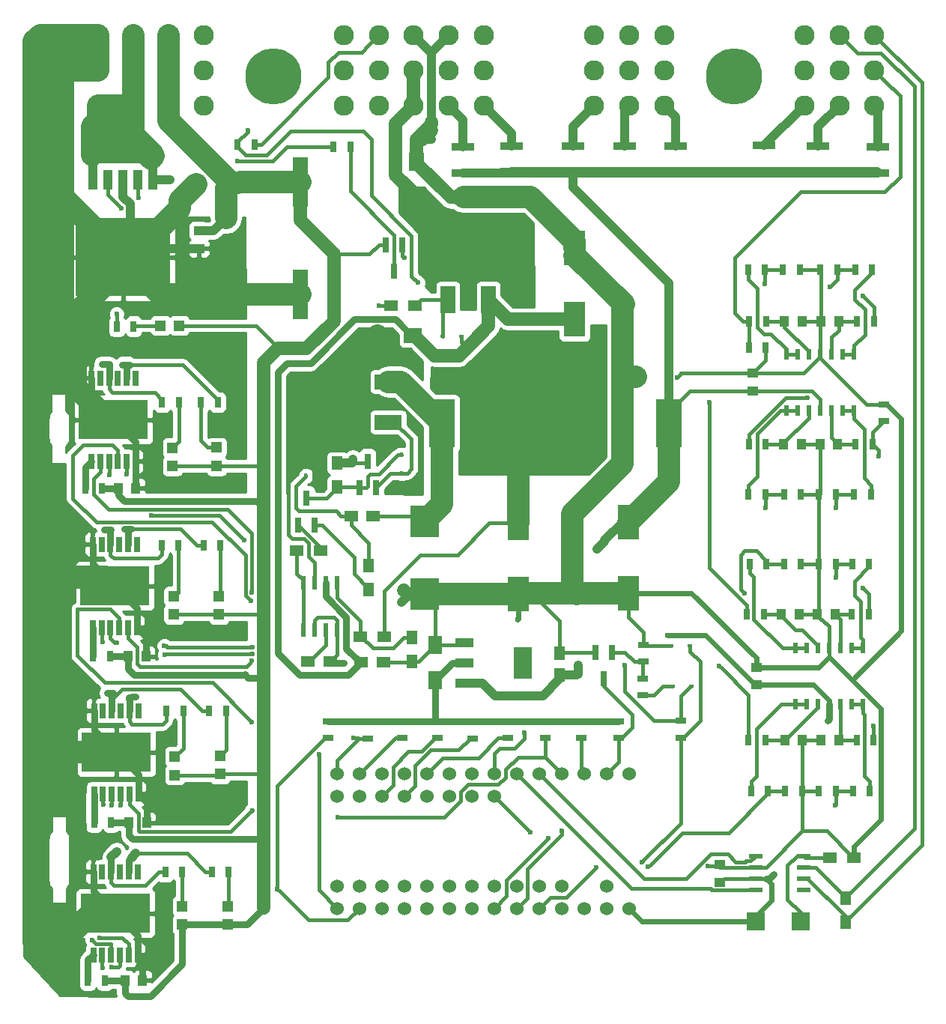
<source format=gtl>
G04 #@! TF.FileFunction,Copper,L1,Top,Signal*
%FSLAX46Y46*%
G04 Gerber Fmt 4.6, Leading zero omitted, Abs format (unit mm)*
G04 Created by KiCad (PCBNEW 0.201603210401+6634~43~ubuntu14.04.1-product) date lör  2 apr 2016 12:08:47*
%MOMM*%
G01*
G04 APERTURE LIST*
%ADD10C,0.050000*%
%ADD11C,1.524000*%
%ADD12C,6.350000*%
%ADD13C,2.286000*%
%ADD14R,1.700000X5.700000*%
%ADD15R,1.000000X1.250000*%
%ADD16R,1.250000X1.000000*%
%ADD17R,1.250000X1.500000*%
%ADD18R,2.400300X4.000500*%
%ADD19R,1.600000X2.000000*%
%ADD20R,1.500000X1.250000*%
%ADD21R,0.590000X0.450000*%
%ADD22R,1.198880X1.198880*%
%ADD23R,0.450000X0.590000*%
%ADD24R,2.500000X0.900000*%
%ADD25R,1.998980X1.998980*%
%ADD26R,2.900680X5.400040*%
%ADD27R,1.651000X3.048000*%
%ADD28R,6.096000X6.096000*%
%ADD29R,3.048000X1.651000*%
%ADD30R,1.300000X0.700000*%
%ADD31R,0.700000X1.300000*%
%ADD32R,1.300000X1.500000*%
%ADD33R,1.500000X1.300000*%
%ADD34R,2.000000X1.700000*%
%ADD35R,0.650000X1.670000*%
%ADD36R,7.800000X4.500000*%
%ADD37R,1.066800X2.286000*%
%ADD38R,10.668000X8.890000*%
%ADD39R,0.508000X1.143000*%
%ADD40R,1.550000X0.600000*%
%ADD41R,2.032000X3.657600*%
%ADD42R,2.032000X1.016000*%
%ADD43R,0.600000X1.550000*%
%ADD44R,1.700000X2.000000*%
%ADD45R,0.800100X1.800860*%
%ADD46R,3.200000X3.600000*%
%ADD47C,0.600000*%
%ADD48C,2.500000*%
%ADD49C,1.000000*%
%ADD50C,0.800000*%
%ADD51C,1.500000*%
%ADD52C,0.400000*%
%ADD53C,0.600000*%
%ADD54C,0.254000*%
G04 APERTURE END LIST*
D10*
D11*
X145592800Y-126390400D03*
X143052800Y-126390400D03*
X140512800Y-126390400D03*
X137972800Y-126390400D03*
X135432800Y-126390400D03*
X132892800Y-126390400D03*
X130352800Y-126390400D03*
X127812800Y-126390400D03*
X125272800Y-126390400D03*
X122732800Y-126390400D03*
X120192800Y-126390400D03*
X117652800Y-126390400D03*
X115112800Y-126390400D03*
X112572800Y-126390400D03*
X112572800Y-141630400D03*
X115112800Y-141630400D03*
X117652800Y-141630400D03*
X120192800Y-141630400D03*
X122732800Y-141630400D03*
X125272800Y-141630400D03*
X127812800Y-141630400D03*
X130352800Y-141630400D03*
X132892800Y-141630400D03*
X135432800Y-141630400D03*
X137972800Y-141630400D03*
X140512800Y-141630400D03*
X143052800Y-141630400D03*
X145592800Y-141630400D03*
X143052800Y-139090400D03*
X137972800Y-139090400D03*
X130352800Y-128930400D03*
X127812800Y-128930400D03*
X125272800Y-128930400D03*
X122732800Y-128930400D03*
X120192800Y-128930400D03*
X117652800Y-128930400D03*
X115112800Y-128930400D03*
X115112800Y-139090400D03*
X117652800Y-139090400D03*
X120192800Y-139090400D03*
X122732800Y-139090400D03*
X125272800Y-139090400D03*
X127812800Y-139090400D03*
X130352800Y-139090400D03*
X132892800Y-139090400D03*
X135432800Y-139090400D03*
X112572800Y-128930400D03*
X112572800Y-139090400D03*
D12*
X157480000Y-47625000D03*
X105410000Y-47625000D03*
D13*
X149555200Y-42926000D03*
X149555200Y-46913800D03*
X149555200Y-50901600D03*
X145592800Y-42926000D03*
X141630400Y-42926000D03*
X141630400Y-46913800D03*
X145592800Y-46913800D03*
X141630400Y-50901600D03*
X145592800Y-50901600D03*
X165404800Y-50901600D03*
X169367200Y-50901600D03*
X173329600Y-50901600D03*
X165404800Y-46913800D03*
X169367200Y-46913800D03*
X173329600Y-46913800D03*
X165404800Y-42926000D03*
X169367200Y-42926000D03*
X173329600Y-42926000D03*
X97485200Y-42926000D03*
X93522800Y-42926000D03*
X89560400Y-42926000D03*
X85598000Y-42926000D03*
X81635600Y-42926000D03*
X97485200Y-46913800D03*
X93522800Y-46913800D03*
X89560400Y-46913800D03*
X85598000Y-46913800D03*
X81635600Y-46913800D03*
X97485200Y-50901600D03*
X93522800Y-50901600D03*
X89560400Y-50901600D03*
X85598000Y-50901600D03*
X81635600Y-50901600D03*
X113334800Y-42926000D03*
X117297200Y-42926000D03*
X121259600Y-42926000D03*
X125222000Y-42926000D03*
X129184400Y-42926000D03*
X113334800Y-46913800D03*
X117297200Y-46913800D03*
X121259600Y-46913800D03*
X125222000Y-46913800D03*
X129184400Y-46913800D03*
X113334800Y-50901600D03*
X117297200Y-50901600D03*
X121259600Y-50901600D03*
X125222000Y-50901600D03*
X129184400Y-50901600D03*
D14*
X108407200Y-72186800D03*
X108407200Y-59486800D03*
D15*
X91052400Y-131927600D03*
X89052400Y-131927600D03*
D16*
X96977200Y-65024000D03*
X96977200Y-67024000D03*
D15*
X91001600Y-113131600D03*
X89001600Y-113131600D03*
X89833200Y-94132400D03*
X87833200Y-94132400D03*
X90595200Y-149758400D03*
X88595200Y-149758400D03*
X163201600Y-122631200D03*
X165201600Y-122631200D03*
X169284400Y-122631200D03*
X167284400Y-122631200D03*
D16*
X159969200Y-114366800D03*
X159969200Y-116366800D03*
X159562800Y-81159600D03*
X159562800Y-83159600D03*
D15*
X168878000Y-108407200D03*
X166878000Y-108407200D03*
X162795200Y-108407200D03*
X164795200Y-108407200D03*
X163049200Y-89154000D03*
X165049200Y-89154000D03*
X169182800Y-89154000D03*
X167182800Y-89154000D03*
X169284400Y-75234800D03*
X167284400Y-75234800D03*
X163150800Y-75234800D03*
X165150800Y-75234800D03*
D16*
X155892500Y-138668000D03*
X155892500Y-136668000D03*
D17*
X137769600Y-115276000D03*
X137769600Y-112776000D03*
D18*
X139446000Y-75018900D03*
X139446000Y-67017900D03*
D19*
X123698000Y-115824000D03*
X123698000Y-111824000D03*
D20*
X115305200Y-113792000D03*
X117805200Y-113792000D03*
X109310800Y-113690400D03*
X111810800Y-113690400D03*
X114187600Y-97282000D03*
X116687600Y-97282000D03*
D18*
X133045200Y-98056700D03*
X133045200Y-106057700D03*
X145491200Y-97967800D03*
X145491200Y-105968800D03*
D21*
X152603200Y-116535200D03*
X150493200Y-116535200D03*
X152489800Y-111963200D03*
X150379800Y-111963200D03*
D22*
X98958400Y-89527380D03*
X98958400Y-91625420D03*
D21*
X126632600Y-76962000D03*
X124522600Y-76962000D03*
D23*
X119888000Y-92444200D03*
X119888000Y-90334200D03*
X109016800Y-92749000D03*
X109016800Y-90639000D03*
D24*
X132334000Y-55473600D03*
X132334000Y-58373600D03*
X160883600Y-55418400D03*
X160883600Y-58318400D03*
X139242800Y-55473600D03*
X139242800Y-58373600D03*
X126847600Y-55575200D03*
X126847600Y-58475200D03*
X145084800Y-55473600D03*
X145084800Y-58373600D03*
X166979600Y-55473600D03*
X166979600Y-58373600D03*
X150825200Y-55422800D03*
X150825200Y-58322800D03*
X173736000Y-55575200D03*
X173736000Y-58475200D03*
D25*
X164973000Y-143065500D03*
X159893000Y-143065500D03*
D26*
X134376160Y-86791800D03*
X124475240Y-86791800D03*
X150060660Y-86791800D03*
X140159740Y-86791800D03*
D27*
X125120400Y-72796400D03*
D28*
X127406400Y-66446400D03*
D27*
X129692400Y-72796400D03*
D29*
X118364000Y-86664800D03*
D28*
X112014000Y-84378800D03*
D29*
X118364000Y-82092800D03*
D30*
X119989600Y-122346800D03*
X119989600Y-120446800D03*
X136093200Y-122362000D03*
X136093200Y-120462000D03*
D31*
X87020400Y-131876800D03*
X85120400Y-131876800D03*
X112196800Y-55524400D03*
X114096800Y-55524400D03*
X101361200Y-55270400D03*
X103261200Y-55270400D03*
X89596000Y-75844400D03*
X87696000Y-75844400D03*
X95199200Y-119329200D03*
X93299200Y-119329200D03*
D30*
X147167600Y-115651200D03*
X147167600Y-117551200D03*
D31*
X98125200Y-119329200D03*
X100025200Y-119329200D03*
D30*
X151434800Y-122311200D03*
X151434800Y-120411200D03*
X144424400Y-120477200D03*
X144424400Y-122377200D03*
X116078000Y-122397600D03*
X116078000Y-120497600D03*
X131876800Y-122377200D03*
X131876800Y-120477200D03*
D31*
X86918800Y-113131600D03*
X85018800Y-113131600D03*
D30*
X111556800Y-122362000D03*
X111556800Y-120462000D03*
D31*
X99385200Y-100584000D03*
X97485200Y-100584000D03*
D30*
X140208000Y-122377200D03*
X140208000Y-120477200D03*
D31*
X92776000Y-100584000D03*
X94676000Y-100584000D03*
X86024800Y-94132400D03*
X84124800Y-94132400D03*
D30*
X123952000Y-122362000D03*
X123952000Y-120462000D03*
X127914400Y-122412800D03*
X127914400Y-120512800D03*
D31*
X86309200Y-149758400D03*
X84409200Y-149758400D03*
X97210800Y-84429600D03*
X99110800Y-84429600D03*
X92791200Y-84429600D03*
X94691200Y-84429600D03*
X100330000Y-137464800D03*
X98430000Y-137464800D03*
X93167200Y-137515600D03*
X95067200Y-137515600D03*
X160985200Y-122631200D03*
X159085200Y-122631200D03*
X171312800Y-122580400D03*
X173212800Y-122580400D03*
X159390000Y-128320800D03*
X161290000Y-128320800D03*
X163250800Y-128320800D03*
X165150800Y-128320800D03*
X172791200Y-128320800D03*
X170891200Y-128320800D03*
X168960800Y-128320800D03*
X167060800Y-128320800D03*
X170789600Y-108407200D03*
X172689600Y-108407200D03*
X160832800Y-108407200D03*
X158932800Y-108407200D03*
X172720000Y-102679500D03*
X170820000Y-102679500D03*
X168968500Y-102679500D03*
X167068500Y-102679500D03*
X159237600Y-102666800D03*
X161137600Y-102666800D03*
X163134000Y-102666800D03*
X165034000Y-102666800D03*
X161036000Y-89154000D03*
X159136000Y-89154000D03*
D30*
X174396400Y-86532800D03*
X174396400Y-84632800D03*
D31*
X171196000Y-89154000D03*
X173096000Y-89154000D03*
X159085200Y-94843600D03*
X160985200Y-94843600D03*
X163118800Y-94843600D03*
X165018800Y-94843600D03*
X172943600Y-94843600D03*
X171043600Y-94843600D03*
X168960800Y-94843600D03*
X167060800Y-94843600D03*
X159156400Y-78232000D03*
X161056400Y-78232000D03*
X171378800Y-75234800D03*
X173278800Y-75234800D03*
X161086800Y-75234800D03*
X159186800Y-75234800D03*
X173045200Y-69443600D03*
X171145200Y-69443600D03*
X169113200Y-69443600D03*
X167213200Y-69443600D03*
X159054800Y-69443600D03*
X160954800Y-69443600D03*
X162996800Y-69443600D03*
X164896800Y-69443600D03*
D32*
X170053000Y-140462000D03*
X170053000Y-143162000D03*
D30*
X147218400Y-111826000D03*
X147218400Y-113726000D03*
D33*
X168338500Y-135890000D03*
X171038500Y-135890000D03*
X121412000Y-73456800D03*
X118712000Y-73456800D03*
D34*
X117158000Y-76860400D03*
X121158000Y-76860400D03*
D32*
X121056400Y-111041200D03*
X121056400Y-113741200D03*
D33*
X110751600Y-101142800D03*
X108051600Y-101142800D03*
X117906800Y-110896400D03*
X115206800Y-110896400D03*
D32*
X112623600Y-93980000D03*
X112623600Y-91280000D03*
X116179600Y-102913200D03*
X116179600Y-105613200D03*
D35*
X85117300Y-128664700D03*
X86117300Y-128664700D03*
X87117300Y-128664700D03*
X88117300Y-128664700D03*
X89117300Y-128664700D03*
X90117300Y-128664700D03*
X90117300Y-119264700D03*
X89117300Y-119264700D03*
X88117300Y-119264700D03*
X87117300Y-119264700D03*
X86117300Y-119264700D03*
X85117300Y-119264700D03*
D36*
X87617300Y-123964700D03*
D37*
X91795600Y-59245500D03*
D38*
X88392000Y-68008500D03*
D37*
X88392000Y-59245500D03*
X90093800Y-59245500D03*
X86690200Y-59245500D03*
X84988400Y-59245500D03*
D35*
X84964900Y-109868700D03*
X85964900Y-109868700D03*
X86964900Y-109868700D03*
X87964900Y-109868700D03*
X88964900Y-109868700D03*
X89964900Y-109868700D03*
X89964900Y-100468700D03*
X88964900Y-100468700D03*
X87964900Y-100468700D03*
X86964900Y-100468700D03*
X85964900Y-100468700D03*
X84964900Y-100468700D03*
D36*
X87464900Y-105168700D03*
D35*
X84812500Y-91098100D03*
X85812500Y-91098100D03*
X86812500Y-91098100D03*
X87812500Y-91098100D03*
X88812500Y-91098100D03*
X89812500Y-91098100D03*
X89812500Y-81698100D03*
X88812500Y-81698100D03*
X87812500Y-81698100D03*
X86812500Y-81698100D03*
X85812500Y-81698100D03*
X84812500Y-81698100D03*
D36*
X87312500Y-86398100D03*
D35*
X85028400Y-146889200D03*
X86028400Y-146889200D03*
X87028400Y-146889200D03*
X88028400Y-146889200D03*
X89028400Y-146889200D03*
X90028400Y-146889200D03*
X90028400Y-137489200D03*
X89028400Y-137489200D03*
X88028400Y-137489200D03*
X87028400Y-137489200D03*
X86028400Y-137489200D03*
X85028400Y-137489200D03*
D36*
X87528400Y-142189200D03*
D39*
X164388800Y-118567200D03*
X165658800Y-118567200D03*
X166928800Y-118567200D03*
X168198800Y-118567200D03*
X169468800Y-118567200D03*
X170738800Y-118567200D03*
X172008800Y-118567200D03*
X172008800Y-112217200D03*
X170738800Y-112217200D03*
X168198800Y-112217200D03*
X166928800Y-112217200D03*
X165658800Y-112217200D03*
X164388800Y-112217200D03*
X169468800Y-112217200D03*
X163372800Y-85344000D03*
X164642800Y-85344000D03*
X165912800Y-85344000D03*
X167182800Y-85344000D03*
X168452800Y-85344000D03*
X169722800Y-85344000D03*
X170992800Y-85344000D03*
X170992800Y-78994000D03*
X169722800Y-78994000D03*
X167182800Y-78994000D03*
X165912800Y-78994000D03*
X164642800Y-78994000D03*
X163372800Y-78994000D03*
X168452800Y-78994000D03*
D40*
X159893000Y-135699500D03*
X159893000Y-136969500D03*
X159893000Y-138239500D03*
X159893000Y-139509500D03*
X165293000Y-139509500D03*
X165293000Y-138239500D03*
X165293000Y-136969500D03*
X165293000Y-135699500D03*
D41*
X133604000Y-113893600D03*
D42*
X127000000Y-113893600D03*
X127000000Y-116179600D03*
X127000000Y-111607600D03*
D43*
X108762800Y-110200400D03*
X110032800Y-110200400D03*
X111302800Y-110200400D03*
X112572800Y-110200400D03*
X112572800Y-104800400D03*
X111302800Y-104800400D03*
X110032800Y-104800400D03*
X108762800Y-104800400D03*
D44*
X96672400Y-59740800D03*
X96672400Y-55740800D03*
X121564400Y-61232800D03*
X121564400Y-57232800D03*
D22*
X94234000Y-124460000D03*
X94234000Y-126558040D03*
X92626180Y-75742800D03*
X94724220Y-75742800D03*
X99364800Y-124358400D03*
X99364800Y-126456440D03*
X99212400Y-106324400D03*
X99212400Y-108422440D03*
X94132400Y-106324400D03*
X94132400Y-108422440D03*
X93980000Y-89545160D03*
X93980000Y-91643200D03*
X100228400Y-141376400D03*
X100228400Y-143474440D03*
X95097600Y-141376400D03*
X95097600Y-143474440D03*
D45*
X119989600Y-66598800D03*
X118089600Y-66598800D03*
X119039600Y-69601080D03*
X143662400Y-112674400D03*
X141762400Y-112674400D03*
X142712400Y-115676680D03*
X108183600Y-98298000D03*
X110083600Y-98298000D03*
X109133600Y-95295720D03*
X115092400Y-94081600D03*
X116992400Y-94081600D03*
X116042400Y-91079320D03*
D46*
X122529600Y-106106400D03*
X122529600Y-97906400D03*
D47*
X146380200Y-81559400D03*
X151063210Y-81584483D03*
X123266200Y-53721000D03*
X123291600Y-54711600D03*
X123291600Y-54711600D03*
X154457398Y-136855200D03*
X132969000Y-108940600D03*
X117348000Y-73507600D03*
X114401600Y-90830400D03*
X120091200Y-105664000D03*
X113334800Y-113842800D03*
X119888000Y-107035600D03*
X149885400Y-110744000D03*
X168046400Y-120421400D03*
X161925000Y-137718800D03*
X139852400Y-114147600D03*
X141986000Y-100990400D03*
X142849600Y-100126800D03*
X139852400Y-115112800D03*
X141097000Y-83108800D03*
X141808200Y-83464400D03*
X142367000Y-83972400D03*
X142367000Y-84836000D03*
X142341600Y-85699600D03*
X142341600Y-86537800D03*
X142341600Y-87401400D03*
X142341600Y-88341200D03*
X142341600Y-89255600D03*
X141478000Y-90373200D03*
X140512800Y-90373200D03*
X139547600Y-90373200D03*
X138582400Y-90398600D03*
X137591800Y-90373200D03*
X136601202Y-90449400D03*
X135636000Y-90398600D03*
X134645400Y-90424000D03*
X133680200Y-90449400D03*
X132765800Y-90398600D03*
X132181600Y-89814400D03*
X132156200Y-88976200D03*
X132181600Y-88087200D03*
X132181600Y-87122000D03*
X132181600Y-86309200D03*
X132181600Y-85471000D03*
X132181600Y-84455000D03*
X132156200Y-83718400D03*
X133781800Y-83210400D03*
X134823200Y-83210400D03*
X135915400Y-83185000D03*
X136906000Y-83185000D03*
X138023600Y-83159600D03*
X139166600Y-83159600D03*
X140208000Y-83134200D03*
X173228000Y-121031000D03*
X173786800Y-90474800D03*
X171983400Y-72364600D03*
X165760400Y-83896200D03*
X171983400Y-105384600D03*
X89103200Y-80162402D03*
X88290400Y-80162400D03*
X89814400Y-117729000D03*
X89077800Y-117779800D03*
X89306400Y-135890000D03*
X89839800Y-135407400D03*
X123799600Y-62839600D03*
X123520200Y-63881000D03*
X123520200Y-64744600D03*
X123520200Y-65582800D03*
X123494802Y-69646800D03*
X123494800Y-68884800D03*
X123494800Y-68122800D03*
X123494800Y-67310000D03*
X123520200Y-66471800D03*
X131394200Y-69850000D03*
X131368800Y-68986400D03*
X131368800Y-68199000D03*
X131343400Y-67335400D03*
X131318000Y-63627000D03*
X131318000Y-64617600D03*
X131318000Y-65582800D03*
X131343400Y-66421000D03*
X154686000Y-84429600D03*
X155778200Y-114198402D03*
X87299798Y-117271800D03*
X86588600Y-117271800D03*
X87028400Y-135854200D03*
X87680800Y-135201800D03*
X93726000Y-59312621D03*
X87655400Y-74422000D03*
X89281000Y-98742496D03*
X88582500Y-98742500D03*
X86995000Y-98806000D03*
X86296504Y-98806000D03*
X86004406Y-80111600D03*
X86817200Y-80111600D03*
X102489000Y-53644800D03*
X88177610Y-62458600D03*
X145084800Y-114173000D03*
X121716800Y-70866000D03*
X147040600Y-136386810D03*
X141909800Y-136956800D03*
X111150400Y-80416400D03*
X114858800Y-80238600D03*
X115062000Y-88442800D03*
X114122200Y-88442800D03*
X113030000Y-88468200D03*
X112090200Y-88442800D03*
X111074200Y-88442800D03*
X110261400Y-88468200D03*
X109397800Y-88468200D03*
X108534200Y-88468200D03*
X107873800Y-87909400D03*
X107873800Y-86918800D03*
X107873800Y-86080600D03*
X107899200Y-85140800D03*
X107873800Y-84175600D03*
X107873800Y-83312000D03*
X107873800Y-82499200D03*
X107899200Y-81559400D03*
X113856000Y-80162400D03*
X112877600Y-80137002D03*
X112014000Y-80137000D03*
X120192800Y-68097400D03*
X133731000Y-121791490D03*
X102997000Y-130530600D03*
X112674400Y-131343400D03*
X87122000Y-129946400D03*
X101305958Y-57174860D03*
X90119200Y-61264800D03*
X102971600Y-113665000D03*
X114452400Y-122351800D03*
X87706200Y-111582200D03*
X93069625Y-111950599D03*
X102996362Y-112065669D03*
X88754272Y-92538237D03*
X105841800Y-139420600D03*
X102108000Y-100025200D03*
X91567000Y-97231200D03*
X86868000Y-92633800D03*
X85771179Y-144953981D03*
X84912200Y-145211800D03*
X147726400Y-136931400D03*
X168859200Y-129997200D03*
X168935400Y-104241600D03*
X158648400Y-106045000D03*
X137998200Y-132816600D03*
X161010600Y-96393000D03*
X134467596Y-133045200D03*
X168960800Y-96367600D03*
X136474200Y-133680200D03*
X168325800Y-71348600D03*
X160959800Y-71043800D03*
X86169500Y-129921000D03*
X88112600Y-129971800D03*
X86080600Y-111480600D03*
X93091000Y-112928398D03*
X103003991Y-112865644D03*
X110515398Y-124206000D03*
X102971600Y-120599200D03*
X102933500Y-105918000D03*
X102870000Y-106870500D03*
X86093779Y-148335607D03*
X87071200Y-148285200D03*
D48*
X83058000Y-74422000D02*
X80772000Y-74422000D01*
D49*
X89177611Y-67222889D02*
X88392000Y-68008500D01*
X89177611Y-61978599D02*
X89177611Y-67222889D01*
X88392000Y-61192988D02*
X89177611Y-61978599D01*
X88392000Y-59245500D02*
X88392000Y-61192988D01*
D48*
X79705200Y-44856400D02*
X79705200Y-73355200D01*
X79705200Y-73355200D02*
X80772000Y-74422000D01*
X81635600Y-42926000D02*
X79705200Y-44856400D01*
X79044800Y-42926000D02*
X78333600Y-43637200D01*
X78333600Y-43637200D02*
X78333600Y-76860400D01*
X81635600Y-42926000D02*
X79044800Y-42926000D01*
X94792800Y-61620400D02*
X96672400Y-59740800D01*
D50*
X91052400Y-131927600D02*
X91052400Y-129599800D01*
X91052400Y-129599800D02*
X90117300Y-128664700D01*
X90595200Y-149758400D02*
X90595200Y-147456000D01*
X90595200Y-147456000D02*
X90028400Y-146889200D01*
X91001600Y-113131600D02*
X91001600Y-110905400D01*
X91001600Y-110905400D02*
X89964900Y-109868700D01*
X90028400Y-146889200D02*
X90028400Y-144689200D01*
X90028400Y-144689200D02*
X87528400Y-142189200D01*
X90117300Y-128664700D02*
X90117300Y-126464700D01*
X90117300Y-126464700D02*
X87617300Y-123964700D01*
X89964900Y-109868700D02*
X89964900Y-107668700D01*
X89964900Y-107668700D02*
X87464900Y-105168700D01*
X89812500Y-91098100D02*
X89812500Y-88898100D01*
X89812500Y-88898100D02*
X87312500Y-86398100D01*
X89833200Y-94132400D02*
X89833200Y-91118800D01*
X89833200Y-91118800D02*
X89812500Y-91098100D01*
X85028400Y-137489200D02*
X85028400Y-139689200D01*
X85028400Y-139689200D02*
X87528400Y-142189200D01*
X85117300Y-119264700D02*
X85117300Y-121464700D01*
X85117300Y-121464700D02*
X87617300Y-123964700D01*
X84964900Y-100468700D02*
X84964900Y-102668700D01*
X84964900Y-102668700D02*
X87464900Y-105168700D01*
X84812500Y-81698100D02*
X84812500Y-83898100D01*
X84812500Y-83898100D02*
X87312500Y-86398100D01*
D48*
X78333600Y-145491200D02*
X78333600Y-121081000D01*
X81483200Y-145491200D02*
X78333600Y-145491200D01*
X84785200Y-142189200D02*
X81483200Y-145491200D01*
X87528400Y-142189200D02*
X84785200Y-142189200D01*
X87617300Y-123964700D02*
X81217300Y-123964700D01*
X81217300Y-123964700D02*
X78333600Y-121081000D01*
X78333600Y-121081000D02*
X78333600Y-100380800D01*
X81635600Y-61252100D02*
X81635600Y-73558400D01*
X81635600Y-73558400D02*
X80772000Y-74422000D01*
X80772000Y-74422000D02*
X78333600Y-76860400D01*
X78333600Y-76860400D02*
X78333600Y-90170000D01*
X78333600Y-90170000D02*
X78333600Y-97687400D01*
X87312500Y-86398100D02*
X86742498Y-86398100D01*
X86742498Y-86398100D02*
X83058000Y-82713602D01*
X83058000Y-82713602D02*
X83058000Y-74422000D01*
X83058000Y-74422000D02*
X88392000Y-69088000D01*
X88392000Y-69088000D02*
X88392000Y-68008500D01*
X82092800Y-104140000D02*
X86436200Y-104140000D01*
X86436200Y-104140000D02*
X87464900Y-105168700D01*
X78333600Y-100380800D02*
X82092800Y-104140000D01*
X78333600Y-97687400D02*
X78333600Y-100380800D01*
X78333600Y-97687400D02*
X78282800Y-97738200D01*
X87312500Y-86398100D02*
X85382100Y-86398100D01*
D49*
X96977200Y-67024000D02*
X89376500Y-67024000D01*
X89376500Y-67024000D02*
X88392000Y-68008500D01*
D48*
X108407200Y-72186800D02*
X92570300Y-72186800D01*
X92570300Y-72186800D02*
X88392000Y-68008500D01*
X94792800Y-62496700D02*
X94792800Y-61620400D01*
X88392000Y-68008500D02*
X89281000Y-68008500D01*
X89281000Y-68008500D02*
X94792800Y-62496700D01*
X81635600Y-50901600D02*
X81635600Y-61252100D01*
X81635600Y-61252100D02*
X88392000Y-68008500D01*
X85598000Y-42926000D02*
X85598000Y-42951400D01*
X85598000Y-42951400D02*
X81635600Y-46913800D01*
X85598000Y-42926000D02*
X85598000Y-46913800D01*
X81635600Y-46913800D02*
X81635600Y-50901600D01*
X81635600Y-42926000D02*
X81635600Y-46913800D01*
X85598000Y-46913800D02*
X81635600Y-46913800D01*
X85598000Y-42926000D02*
X81635600Y-42926000D01*
X100025200Y-63601600D02*
X100025200Y-60184800D01*
X100025200Y-60184800D02*
X100570800Y-59639200D01*
X99954464Y-59022864D02*
X96672400Y-55740800D01*
X101396800Y-59639200D02*
X100570800Y-59639200D01*
X100570800Y-59639200D02*
X99954464Y-59022864D01*
D50*
X100228400Y-143474440D02*
X102397560Y-143474440D01*
X102397560Y-143474440D02*
X104292400Y-141579600D01*
X104038400Y-141579600D02*
X104241600Y-141579600D01*
D51*
X104292400Y-133807200D02*
X104292400Y-141579600D01*
D50*
X104223820Y-91625420D02*
X104223820Y-96299020D01*
X104223820Y-96299020D02*
X104292400Y-96367600D01*
D48*
X93522800Y-46913800D02*
X93522800Y-50901600D01*
D50*
X87833200Y-94132400D02*
X87833200Y-94881700D01*
D48*
X93522800Y-42926000D02*
X93522800Y-46913800D01*
D50*
X89001600Y-113131600D02*
X89001600Y-114556600D01*
X89001600Y-114556600D02*
X89659400Y-115214400D01*
X89659400Y-115214400D02*
X102133400Y-115214400D01*
X102133400Y-115214400D02*
X102158800Y-115189000D01*
X102158800Y-115189000D02*
X102539800Y-115570000D01*
X102539800Y-115570000D02*
X104292400Y-115570000D01*
D51*
X104292716Y-115569684D02*
X104292400Y-115570000D01*
X104292400Y-108254800D02*
X104292716Y-108255116D01*
X104292716Y-108255116D02*
X104292716Y-115569684D01*
X104323201Y-115600801D02*
X104323201Y-126410399D01*
X104292400Y-115570000D02*
X104323201Y-115600801D01*
X104323201Y-126410399D02*
X104292400Y-126441200D01*
D50*
X104292400Y-133807200D02*
X89507000Y-133807200D01*
X89507000Y-133807200D02*
X89052400Y-133352600D01*
X89052400Y-133352600D02*
X89052400Y-131927600D01*
X87833200Y-94257400D02*
X87833200Y-94881700D01*
X88582500Y-95631000D02*
X103555800Y-95631000D01*
X87833200Y-94881700D02*
X88582500Y-95631000D01*
X103555800Y-95631000D02*
X104292400Y-96367600D01*
D52*
X118089600Y-66598800D02*
X117289550Y-66598800D01*
X117289550Y-66598800D02*
X116241550Y-67646800D01*
X116241550Y-67646800D02*
X112217200Y-67646800D01*
X108689220Y-59486800D02*
X108407200Y-59486800D01*
D48*
X102108000Y-59486800D02*
X101702398Y-59486800D01*
D51*
X104292400Y-79959200D02*
X104292400Y-96367600D01*
X104292400Y-96367600D02*
X104292400Y-108254800D01*
D50*
X86024800Y-94132400D02*
X87833200Y-94132400D01*
X86918800Y-113131600D02*
X89001600Y-113131600D01*
D51*
X104292400Y-126441200D02*
X104292400Y-133807200D01*
D50*
X89052400Y-131927600D02*
X89052400Y-132588000D01*
X87020400Y-131876800D02*
X89001600Y-131876800D01*
X89001600Y-131876800D02*
X89052400Y-131927600D01*
X95097600Y-143474440D02*
X100228400Y-143474440D01*
X91490800Y-151536400D02*
X95097600Y-147929600D01*
X95097600Y-147929600D02*
X95097600Y-143474440D01*
X88948200Y-151536400D02*
X91490800Y-151536400D01*
X88595200Y-149758400D02*
X88595200Y-151183400D01*
X88595200Y-151183400D02*
X88948200Y-151536400D01*
X86309200Y-149758400D02*
X88595200Y-149758400D01*
D52*
X99364800Y-126456440D02*
X100364240Y-126456440D01*
X100364240Y-126456440D02*
X100379480Y-126441200D01*
X100379480Y-126441200D02*
X104292400Y-126441200D01*
X94234000Y-126558040D02*
X99263200Y-126558040D01*
X99263200Y-126558040D02*
X99364800Y-126456440D01*
X94724220Y-75742800D02*
X103428800Y-75742800D01*
X103428800Y-75742800D02*
X106019600Y-78333600D01*
X106019600Y-78333600D02*
X105918000Y-78333600D01*
X104292400Y-91694000D02*
X104223820Y-91625420D01*
X104223820Y-91625420D02*
X100449380Y-91625420D01*
X100449380Y-91625420D02*
X98958400Y-91625420D01*
X99212400Y-108422440D02*
X104124760Y-108422440D01*
X104124760Y-108422440D02*
X104292400Y-108254800D01*
X94132400Y-108422440D02*
X95131840Y-108422440D01*
X95131840Y-108422440D02*
X99212400Y-108422440D01*
D51*
X108407200Y-59486800D02*
X108407200Y-63836800D01*
X108407200Y-63836800D02*
X112217200Y-67646800D01*
X105918000Y-78333600D02*
X104292400Y-79959200D01*
X112217200Y-67646800D02*
X112217200Y-75234800D01*
X112217200Y-75234800D02*
X109118400Y-78333600D01*
X109118400Y-78333600D02*
X105918000Y-78333600D01*
D52*
X87833200Y-94257400D02*
X87833200Y-94132400D01*
X98958400Y-91625420D02*
X93997780Y-91625420D01*
X93997780Y-91625420D02*
X93980000Y-91643200D01*
D49*
X100025200Y-63601600D02*
X98602800Y-65024000D01*
X98602800Y-65024000D02*
X97993200Y-65024000D01*
X96977200Y-65024000D02*
X97993200Y-65024000D01*
D48*
X108407200Y-59486800D02*
X102108000Y-59486800D01*
X93522800Y-50901600D02*
X93522800Y-52591200D01*
X93522800Y-52591200D02*
X96672400Y-55740800D01*
X93522800Y-42926000D02*
X93522800Y-50901600D01*
D52*
X163201600Y-122631200D02*
X160985200Y-122631200D01*
X166928800Y-118567200D02*
X166928800Y-118884700D01*
X166928800Y-118884700D02*
X163201600Y-122611900D01*
X163201600Y-122611900D02*
X163201600Y-122631200D01*
D48*
X144869218Y-81483200D02*
X144869218Y-91350782D01*
X144869218Y-91350782D02*
X139192000Y-97028000D01*
X139192000Y-97028000D02*
X139192000Y-105587800D01*
X139192000Y-105587800D02*
X139700000Y-106095800D01*
X144869218Y-73469182D02*
X144869218Y-81483200D01*
X146380200Y-81559400D02*
X144945418Y-81559400D01*
X144945418Y-81559400D02*
X144869218Y-81483200D01*
X139446000Y-67818000D02*
X144983200Y-73355200D01*
X144983200Y-73355200D02*
X144869218Y-73469182D01*
X126898400Y-61239400D02*
X134467600Y-61239400D01*
X134467600Y-61239400D02*
X139446000Y-66217800D01*
X139446000Y-66217800D02*
X139446000Y-67017900D01*
D51*
X121564400Y-57232800D02*
X121564400Y-57382800D01*
X121564400Y-57382800D02*
X125421000Y-61239400D01*
X125421000Y-61239400D02*
X126898400Y-61239400D01*
D52*
X151488093Y-81159600D02*
X151363209Y-81284484D01*
X151363209Y-81284484D02*
X151063210Y-81584483D01*
X159562800Y-81159600D02*
X151488093Y-81159600D01*
D49*
X123266200Y-52781200D02*
X123266200Y-53296736D01*
X123266200Y-44994980D02*
X123266200Y-52781200D01*
D51*
X123266200Y-52781200D02*
X123266200Y-53031000D01*
X123266200Y-53031000D02*
X121564400Y-54732800D01*
D49*
X123266200Y-53296736D02*
X123266200Y-53721000D01*
X123209610Y-44938390D02*
X123266200Y-44994980D01*
D51*
X122966201Y-54020999D02*
X123266200Y-53721000D01*
X122254400Y-54732800D02*
X122966201Y-54020999D01*
X121564400Y-54732800D02*
X122254400Y-54732800D01*
X121564400Y-57232800D02*
X121564400Y-54732800D01*
D49*
X121564400Y-54732800D02*
X123270400Y-54732800D01*
X123270400Y-54732800D02*
X123291600Y-54711600D01*
D53*
X170815000Y-115804900D02*
X176339401Y-110280499D01*
X176364802Y-86301202D02*
X174696400Y-84632800D01*
X176339401Y-110280499D02*
X176339401Y-87099603D01*
X176364802Y-87074202D02*
X176364802Y-86301202D01*
X176339401Y-87099603D02*
X176364802Y-87074202D01*
X174696400Y-84632800D02*
X174396400Y-84632800D01*
X159969200Y-114366800D02*
X167020700Y-114366800D01*
X167020700Y-114366800D02*
X168198800Y-113188700D01*
X159969200Y-114366800D02*
X159969200Y-113266800D01*
X159969200Y-113266800D02*
X152671200Y-105968800D01*
X152671200Y-105968800D02*
X147291350Y-105968800D01*
X147291350Y-105968800D02*
X145491200Y-105968800D01*
D52*
X155666998Y-136855200D02*
X154881662Y-136855200D01*
X154881662Y-136855200D02*
X154457398Y-136855200D01*
X155722599Y-136799599D02*
X155666998Y-136855200D01*
X155892500Y-136969500D02*
X155722599Y-136799599D01*
X159893000Y-136969500D02*
X155892500Y-136969500D01*
X155760901Y-136799599D02*
X155722599Y-136799599D01*
X155832300Y-136728200D02*
X155760901Y-136799599D01*
D53*
X170815000Y-115804900D02*
X168198800Y-113188700D01*
X174062801Y-119052701D02*
X170815000Y-115804900D01*
D52*
X167068500Y-102679500D02*
X167068500Y-94851300D01*
X167068500Y-94851300D02*
X167060800Y-94843600D01*
D53*
X171038500Y-135890000D02*
X171038500Y-134640000D01*
X171038500Y-134640000D02*
X174062801Y-131615699D01*
X174062801Y-131615699D02*
X174062801Y-119052701D01*
X133045200Y-108864400D02*
X132969000Y-108940600D01*
X133045200Y-106057700D02*
X133045200Y-108864400D01*
D52*
X171038500Y-135890000D02*
X170938500Y-135890000D01*
X170938500Y-135890000D02*
X167935200Y-132886700D01*
X167935200Y-132886700D02*
X165150800Y-132886700D01*
X159893000Y-136969500D02*
X161068000Y-136969500D01*
X165150800Y-129370800D02*
X165150800Y-128320800D01*
X161068000Y-136969500D02*
X165150800Y-132886700D01*
X165150800Y-132886700D02*
X165150800Y-129370800D01*
X147218400Y-111826000D02*
X147218400Y-110451900D01*
X147218400Y-110451900D02*
X145491200Y-108724700D01*
X145491200Y-108724700D02*
X145491200Y-105968800D01*
X165201600Y-122631200D02*
X165201600Y-122756200D01*
X165201600Y-122631200D02*
X165201600Y-128270000D01*
X165201600Y-128270000D02*
X165150800Y-128320800D01*
X167060800Y-128320800D02*
X165150800Y-128320800D01*
X167284400Y-122631200D02*
X165201600Y-122631200D01*
X159969200Y-114366800D02*
X159844200Y-114366800D01*
X168198800Y-112217200D02*
X168198800Y-113188700D01*
X167068500Y-102679500D02*
X167068500Y-108216700D01*
X167068500Y-108216700D02*
X166878000Y-108407200D01*
X167068500Y-102679500D02*
X165046700Y-102679500D01*
X165046700Y-102679500D02*
X165034000Y-102666800D01*
X166878000Y-108407200D02*
X164795200Y-108407200D01*
X168198800Y-112217200D02*
X168198800Y-109728000D01*
X168198800Y-109728000D02*
X167903000Y-109432200D01*
X167903000Y-109432200D02*
X167778000Y-109432200D01*
X167778000Y-109432200D02*
X166878000Y-108532200D01*
X166878000Y-108532200D02*
X166878000Y-108407200D01*
X160587800Y-81159600D02*
X159562800Y-81159600D01*
X167213200Y-69443600D02*
X164896800Y-69443600D01*
X167284400Y-75234800D02*
X167284400Y-69514800D01*
X167284400Y-69514800D02*
X167213200Y-69443600D01*
X167182800Y-78994000D02*
X167182800Y-79269502D01*
X167182800Y-79269502D02*
X165292702Y-81159600D01*
X165292702Y-81159600D02*
X160587800Y-81159600D01*
X161056400Y-78232000D02*
X161056400Y-79666000D01*
X161056400Y-79666000D02*
X159562800Y-81159600D01*
X167182800Y-78994000D02*
X167182800Y-79400400D01*
X167182800Y-79400400D02*
X172415200Y-84632800D01*
X172415200Y-84632800D02*
X174396400Y-84632800D01*
X167060800Y-94843600D02*
X165018800Y-94843600D01*
X167182800Y-89154000D02*
X167182800Y-94721600D01*
X167182800Y-94721600D02*
X167060800Y-94843600D01*
X165049200Y-89154000D02*
X167182800Y-89154000D01*
X167284400Y-75234800D02*
X165150800Y-75234800D01*
X167182800Y-78994000D02*
X167182800Y-75336400D01*
X167182800Y-75336400D02*
X167284400Y-75234800D01*
X103261200Y-55270400D02*
X104011200Y-55270400D01*
X115366800Y-44856400D02*
X116154201Y-44068999D01*
X116154201Y-44068999D02*
X117297200Y-42926000D01*
X104011200Y-55270400D02*
X111607600Y-47674000D01*
X111607600Y-45974000D02*
X112725200Y-44856400D01*
X111607600Y-47674000D02*
X111607600Y-45974000D01*
X112725200Y-44856400D02*
X115366800Y-44856400D01*
X118712000Y-73456800D02*
X117398800Y-73456800D01*
X117398800Y-73456800D02*
X117348000Y-73507600D01*
D49*
X119888000Y-107035600D02*
X120533600Y-106390000D01*
X120533600Y-106390000D02*
X120533600Y-106106400D01*
X112623600Y-91280000D02*
X114273600Y-91280000D01*
X114401600Y-91152000D02*
X114401600Y-90830400D01*
X114273600Y-91280000D02*
X114401600Y-91152000D01*
D51*
X122529600Y-106106400D02*
X120533600Y-106106400D01*
X120533600Y-106106400D02*
X120091200Y-105664000D01*
X139446000Y-67017900D02*
X139446000Y-67818000D01*
D48*
X145491200Y-105968800D02*
X140208000Y-105968800D01*
X140208000Y-105968800D02*
X133134100Y-105968800D01*
D50*
X113334800Y-113842800D02*
X111963200Y-113842800D01*
X111963200Y-113842800D02*
X111810800Y-113690400D01*
X122529600Y-106106400D02*
X120817200Y-106106400D01*
X120817200Y-106106400D02*
X119888000Y-107035600D01*
D52*
X150379800Y-111963200D02*
X147355600Y-111963200D01*
X147355600Y-111963200D02*
X147218400Y-111826000D01*
X141762400Y-112674400D02*
X137871200Y-112674400D01*
X137871200Y-112674400D02*
X137769600Y-112776000D01*
X137769600Y-112776000D02*
X137769600Y-109181950D01*
X137769600Y-109181950D02*
X134645350Y-106057700D01*
X134645350Y-106057700D02*
X133045200Y-106057700D01*
X123698000Y-111824000D02*
X123698000Y-107274800D01*
X123698000Y-107274800D02*
X122529600Y-106106400D01*
X123698000Y-111824000D02*
X126783600Y-111824000D01*
X126783600Y-111824000D02*
X127000000Y-111607600D01*
X121056400Y-113741200D02*
X121780800Y-113741200D01*
X121780800Y-113741200D02*
X123698000Y-111824000D01*
X117805200Y-113792000D02*
X121005600Y-113792000D01*
X121005600Y-113792000D02*
X121056400Y-113741200D01*
X112623600Y-91280000D02*
X115841720Y-91280000D01*
X115841720Y-91280000D02*
X116042400Y-91079320D01*
X112572800Y-110200400D02*
X112572800Y-109025400D01*
X110346200Y-108712000D02*
X110032800Y-109025400D01*
X112572800Y-109025400D02*
X112259400Y-108712000D01*
X112259400Y-108712000D02*
X110346200Y-108712000D01*
X110032800Y-109025400D02*
X110032800Y-110200400D01*
X112572800Y-110200400D02*
X112572800Y-112928400D01*
X112572800Y-112928400D02*
X111810800Y-113690400D01*
D48*
X133045200Y-106057700D02*
X122578300Y-106057700D01*
X122578300Y-106057700D02*
X122529600Y-106106400D01*
X133134100Y-105968800D02*
X133045200Y-106057700D01*
D49*
X123209610Y-44938390D02*
X123209610Y-44876010D01*
X123209610Y-44876010D02*
X121259600Y-42926000D01*
X123209610Y-44938390D02*
X124079001Y-44068999D01*
X124079001Y-44068999D02*
X125222000Y-42926000D01*
D52*
X169284400Y-122631200D02*
X171262000Y-122631200D01*
X171262000Y-122631200D02*
X171312800Y-122580400D01*
X169468800Y-118567200D02*
X169468800Y-122446800D01*
X169468800Y-122446800D02*
X169284400Y-122631200D01*
D49*
X150063200Y-70967600D02*
X139242800Y-60147200D01*
X150060660Y-86791800D02*
X150063200Y-86789260D01*
X150063200Y-86789260D02*
X150063200Y-70967600D01*
X139242800Y-60147200D02*
X139242800Y-58373600D01*
X166979600Y-58373600D02*
X173634400Y-58373600D01*
X173634400Y-58373600D02*
X173736000Y-58475200D01*
X160883600Y-58318400D02*
X166924400Y-58318400D01*
X166924400Y-58318400D02*
X166979600Y-58373600D01*
X150825200Y-58322800D02*
X160879200Y-58322800D01*
X160879200Y-58322800D02*
X160883600Y-58318400D01*
X145084800Y-58373600D02*
X150774400Y-58373600D01*
X150774400Y-58373600D02*
X150825200Y-58322800D01*
X139242800Y-58373600D02*
X145084800Y-58373600D01*
X132334000Y-58373600D02*
X139242800Y-58373600D01*
X126847600Y-58475200D02*
X132232400Y-58475200D01*
X132232400Y-58475200D02*
X132334000Y-58373600D01*
D52*
X167182800Y-85344000D02*
X167182800Y-84079398D01*
X167182800Y-84079398D02*
X166263002Y-83159600D01*
X166263002Y-83159600D02*
X160587800Y-83159600D01*
X160587800Y-83159600D02*
X159562800Y-83159600D01*
D53*
X168198800Y-118567200D02*
X168198800Y-118111698D01*
X168198800Y-118111698D02*
X166453902Y-116366800D01*
X166453902Y-116366800D02*
X161194200Y-116366800D01*
X161194200Y-116366800D02*
X159969200Y-116366800D01*
X150309664Y-110744000D02*
X149885400Y-110744000D01*
X154221400Y-110744000D02*
X150309664Y-110744000D01*
X159969200Y-116366800D02*
X159844200Y-116366800D01*
X159844200Y-116366800D02*
X154221400Y-110744000D01*
D50*
X168198800Y-118567200D02*
X168198800Y-120269000D01*
X168198800Y-120269000D02*
X168046400Y-120421400D01*
X161068000Y-138239500D02*
X161404300Y-138239500D01*
X161404300Y-138239500D02*
X161925000Y-137718800D01*
D53*
X145592800Y-141630400D02*
X147027900Y-143065500D01*
X147027900Y-143065500D02*
X159893000Y-143065500D01*
X161068000Y-138239500D02*
X161696400Y-138867900D01*
X159893000Y-142494000D02*
X159893000Y-143065500D01*
X161696400Y-138867900D02*
X161696400Y-140690600D01*
X161696400Y-140690600D02*
X159893000Y-142494000D01*
D52*
X159893000Y-138239500D02*
X156321000Y-138239500D01*
X156321000Y-138239500D02*
X155892500Y-138668000D01*
X159893000Y-138239500D02*
X161068000Y-138239500D01*
X168198800Y-118567200D02*
X168198800Y-118249700D01*
X159562800Y-83159600D02*
X152443180Y-83159600D01*
X152443180Y-83159600D02*
X150060660Y-85542120D01*
X150060660Y-85542120D02*
X150060660Y-86791800D01*
D49*
X126847600Y-58475200D02*
X173736000Y-58475200D01*
X139852400Y-115112800D02*
X139852400Y-114147600D01*
X142849600Y-100126800D02*
X141986000Y-100990400D01*
X145491200Y-97967800D02*
X144907000Y-97967800D01*
X144907000Y-97967800D02*
X142849600Y-100025200D01*
X142849600Y-100025200D02*
X142849600Y-100126800D01*
X137769600Y-115276000D02*
X139689200Y-115276000D01*
X139689200Y-115276000D02*
X139852400Y-115112800D01*
X127000000Y-116179600D02*
X129016000Y-116179600D01*
X130438400Y-117602000D02*
X135839200Y-117602000D01*
X129016000Y-116179600D02*
X130438400Y-117602000D01*
X135839200Y-117602000D02*
X137769600Y-115671600D01*
X137769600Y-115671600D02*
X137769600Y-115276000D01*
D48*
X150060660Y-86791800D02*
X150060660Y-93398340D01*
X150060660Y-93398340D02*
X145491200Y-97967800D01*
D52*
X168878000Y-108407200D02*
X170789600Y-108407200D01*
X169468800Y-112217200D02*
X169468800Y-108998000D01*
X169468800Y-108998000D02*
X168878000Y-108407200D01*
X166928800Y-112217200D02*
X166928800Y-111899700D01*
X166928800Y-111899700D02*
X165201600Y-110172500D01*
X165201600Y-110172500D02*
X164435500Y-110172500D01*
X162795200Y-108532200D02*
X162795200Y-108407200D01*
X164435500Y-110172500D02*
X162795200Y-108532200D01*
X162795200Y-108407200D02*
X160832800Y-108407200D01*
X163049200Y-89154000D02*
X161036000Y-89154000D01*
X165912800Y-85344000D02*
X165912800Y-86165400D01*
X163049200Y-89029000D02*
X163049200Y-89154000D01*
X165912800Y-86165400D02*
X163049200Y-89029000D01*
X169182800Y-89154000D02*
X171196000Y-89154000D01*
X168452800Y-85344000D02*
X168452800Y-88424000D01*
X168452800Y-88424000D02*
X169182800Y-89154000D01*
X169284400Y-75234800D02*
X169284400Y-76259800D01*
X169284400Y-76259800D02*
X168452800Y-77091400D01*
X168452800Y-77091400D02*
X168452800Y-78022500D01*
X168452800Y-78022500D02*
X168452800Y-78994000D01*
X171378800Y-75234800D02*
X169284400Y-75234800D01*
X163150800Y-75234800D02*
X163150800Y-75914500D01*
X163150800Y-75914500D02*
X165912800Y-78676500D01*
X165912800Y-78676500D02*
X165912800Y-78994000D01*
X161086800Y-75234800D02*
X163150800Y-75234800D01*
D50*
X121158000Y-76860400D02*
X121008000Y-76860400D01*
X121008000Y-76860400D02*
X119157991Y-75010391D01*
X119157991Y-75010391D02*
X114575209Y-75010391D01*
X114575209Y-75010391D02*
X109601000Y-79984600D01*
X109601000Y-79984600D02*
X106934000Y-79984600D01*
X106934000Y-79984600D02*
X105918000Y-81000600D01*
X105918000Y-81000600D02*
X105918000Y-112752602D01*
X105918000Y-112752602D02*
X108382398Y-115217000D01*
X108382398Y-115217000D02*
X113880200Y-115217000D01*
X113880200Y-115217000D02*
X115305200Y-113792000D01*
X115305200Y-113792000D02*
X115180200Y-113792000D01*
X115180200Y-113792000D02*
X113639600Y-112251400D01*
X113639600Y-112251400D02*
X113639600Y-108712200D01*
X113639600Y-108712200D02*
X111302800Y-106375400D01*
X111302800Y-106375400D02*
X111302800Y-104800400D01*
D51*
X126366400Y-79146400D02*
X127890400Y-77622400D01*
D52*
X126632600Y-76962000D02*
X126632600Y-77587000D01*
D51*
X127890400Y-77622400D02*
X129692400Y-75820400D01*
D52*
X126632600Y-77587000D02*
X126668000Y-77622400D01*
X126668000Y-77622400D02*
X127890400Y-77622400D01*
D51*
X123594000Y-79146400D02*
X126366400Y-79146400D01*
X129692400Y-75820400D02*
X129692400Y-72796400D01*
X121158000Y-76860400D02*
X121308000Y-76860400D01*
X121308000Y-76860400D02*
X123594000Y-79146400D01*
X139446000Y-75018900D02*
X131914900Y-75018900D01*
X131914900Y-75018900D02*
X129692400Y-72796400D01*
D50*
X123952000Y-120462000D02*
X120004800Y-120462000D01*
X120004800Y-120462000D02*
X119989600Y-120446800D01*
X127914400Y-120512800D02*
X124002800Y-120512800D01*
X124002800Y-120512800D02*
X123952000Y-120462000D01*
X131876800Y-120477200D02*
X127950000Y-120477200D01*
X127950000Y-120477200D02*
X127914400Y-120512800D01*
X136093200Y-120462000D02*
X131892000Y-120462000D01*
X131892000Y-120462000D02*
X131876800Y-120477200D01*
X140208000Y-120477200D02*
X136108400Y-120477200D01*
X136108400Y-120477200D02*
X136093200Y-120462000D01*
X144424400Y-120477200D02*
X140208000Y-120477200D01*
X116078000Y-120497600D02*
X144404000Y-120497600D01*
X144404000Y-120497600D02*
X144424400Y-120477200D01*
X111556800Y-120462000D02*
X116042400Y-120462000D01*
X116042400Y-120462000D02*
X116078000Y-120497600D01*
X123698000Y-115824000D02*
X123698000Y-120208000D01*
X123698000Y-120208000D02*
X123952000Y-120462000D01*
X127000000Y-113893600D02*
X125628400Y-113893600D01*
X125628400Y-113893600D02*
X123698000Y-115824000D01*
D52*
X111302800Y-110200400D02*
X111302800Y-111823400D01*
X111302800Y-111823400D02*
X109435800Y-113690400D01*
X109435800Y-113690400D02*
X109310800Y-113690400D01*
X114187600Y-97282000D02*
X114187600Y-98307000D01*
X116179600Y-101763200D02*
X116179600Y-102913200D01*
X114187600Y-98307000D02*
X116179600Y-100299000D01*
X116179600Y-100299000D02*
X116179600Y-101763200D01*
X114187600Y-97282000D02*
X113037600Y-97282000D01*
X113037600Y-97282000D02*
X112478800Y-96723200D01*
X112478800Y-96723200D02*
X108305600Y-96723200D01*
X108305600Y-96723200D02*
X107950000Y-96367600D01*
X107950000Y-96367600D02*
X107950000Y-93885800D01*
X107950000Y-93885800D02*
X109016800Y-92819000D01*
X109016800Y-92819000D02*
X109016800Y-92749000D01*
X116687600Y-97282000D02*
X121905200Y-97282000D01*
X121905200Y-97282000D02*
X122529600Y-97906400D01*
D48*
X124475240Y-86791800D02*
X124475240Y-95960760D01*
X124475240Y-95960760D02*
X122529600Y-97906400D01*
X118364000Y-82092800D02*
X119776240Y-82092800D01*
X119776240Y-82092800D02*
X124475240Y-86791800D01*
X133045200Y-98056700D02*
X133045200Y-91084400D01*
X134376160Y-86791800D02*
X134376160Y-89753440D01*
X133380201Y-90749399D02*
X133680200Y-90449400D01*
X134376160Y-89753440D02*
X133980199Y-90149401D01*
X133980199Y-90149401D02*
X133680200Y-90449400D01*
X133045200Y-91084400D02*
X133380201Y-90749399D01*
D53*
X140159740Y-86791800D02*
X140159740Y-83182460D01*
X140159740Y-83182460D02*
X140208000Y-83134200D01*
D52*
X117906800Y-110896400D02*
X117906800Y-105765600D01*
X117906800Y-105765600D02*
X122021600Y-101650800D01*
X122021600Y-101650800D02*
X126187200Y-101650800D01*
X126187200Y-101650800D02*
X129781300Y-98056700D01*
X129781300Y-98056700D02*
X133045200Y-98056700D01*
D48*
X134376160Y-86791800D02*
X140159740Y-86791800D01*
D52*
X173228000Y-121031000D02*
X173228000Y-122565200D01*
X173228000Y-122565200D02*
X173212800Y-122580400D01*
D49*
X160883600Y-55418400D02*
X160888000Y-55418400D01*
X160888000Y-55418400D02*
X165404800Y-50901600D01*
D52*
X170053000Y-140362000D02*
X177825400Y-132589600D01*
X170510199Y-44068999D02*
X169367200Y-42926000D01*
X177825400Y-132589600D02*
X177825400Y-48717200D01*
X177825400Y-48717200D02*
X174066200Y-44958000D01*
X174066200Y-44958000D02*
X171399200Y-44958000D01*
X171399200Y-44958000D02*
X170510199Y-44068999D01*
X170053000Y-140462000D02*
X170053000Y-140362000D01*
X170053000Y-140362000D02*
X166660500Y-136969500D01*
X166660500Y-136969500D02*
X166468000Y-136969500D01*
X166468000Y-136969500D02*
X165293000Y-136969500D01*
X173329600Y-42926000D02*
X178689000Y-48285400D01*
X178689000Y-134426000D02*
X170053000Y-143062000D01*
X178689000Y-48285400D02*
X178689000Y-134426000D01*
X170053000Y-143062000D02*
X170053000Y-143162000D01*
X170053000Y-143162000D02*
X170053000Y-142524500D01*
X170053000Y-142524500D02*
X165768000Y-138239500D01*
X165768000Y-138239500D02*
X165293000Y-138239500D01*
X159186800Y-75234800D02*
X159186800Y-78201600D01*
X159186800Y-78201600D02*
X159156400Y-78232000D01*
X159186800Y-75234800D02*
X158436800Y-75234800D01*
X158436800Y-75234800D02*
X157581600Y-74379600D01*
X174498000Y-60655200D02*
X176225200Y-58928000D01*
X176225200Y-58928000D02*
X176225200Y-49809400D01*
X176225200Y-49809400D02*
X174472599Y-48056799D01*
X157581600Y-74379600D02*
X157581600Y-68072000D01*
X157581600Y-68072000D02*
X164998400Y-60655200D01*
X164998400Y-60655200D02*
X174498000Y-60655200D01*
X174472599Y-48056799D02*
X173329600Y-46913800D01*
X173786800Y-90474800D02*
X173786800Y-89844800D01*
X173786800Y-89844800D02*
X173096000Y-89154000D01*
X173096000Y-89154000D02*
X173096000Y-87833200D01*
X173096000Y-87833200D02*
X174396400Y-86532800D01*
D49*
X173736000Y-55575200D02*
X173736000Y-51308000D01*
X173736000Y-51308000D02*
X173329600Y-50901600D01*
X166979600Y-55473600D02*
X166979600Y-53289200D01*
X166979600Y-53289200D02*
X169367200Y-50901600D01*
X150825200Y-55422800D02*
X150825200Y-52171600D01*
X150825200Y-52171600D02*
X149555200Y-50901600D01*
X145084800Y-55473600D02*
X145084800Y-51409600D01*
X145084800Y-51409600D02*
X145592800Y-50901600D01*
X139242800Y-55473600D02*
X139242800Y-53289200D01*
X139242800Y-53289200D02*
X141630400Y-50901600D01*
D52*
X173278800Y-75234800D02*
X173278800Y-73660000D01*
X172283399Y-72664599D02*
X171983400Y-72364600D01*
X173278800Y-73660000D02*
X172283399Y-72664599D01*
X163292946Y-83896200D02*
X165336136Y-83896200D01*
X159136000Y-88053146D02*
X163292946Y-83896200D01*
X165336136Y-83896200D02*
X165760400Y-83896200D01*
X159136000Y-89154000D02*
X159136000Y-88053146D01*
X172283399Y-105684599D02*
X171983400Y-105384600D01*
X172689600Y-108407200D02*
X172689600Y-106090800D01*
X172689600Y-106090800D02*
X172283399Y-105684599D01*
X172643800Y-108361400D02*
X172689600Y-108407200D01*
X95148400Y-80162400D02*
X95148400Y-80213200D01*
X99110800Y-84429600D02*
X99110800Y-84129600D01*
X99110800Y-84129600D02*
X95148400Y-80167200D01*
X95148400Y-80167200D02*
X95148400Y-80162400D01*
X95148400Y-80162400D02*
X95148398Y-80162402D01*
X95148398Y-80162402D02*
X89527464Y-80162402D01*
X89527464Y-80162402D02*
X89103200Y-80162402D01*
D50*
X89103198Y-80162400D02*
X89103200Y-80162402D01*
X88803201Y-80462401D02*
X89103200Y-80162402D01*
X88812500Y-81698100D02*
X88803201Y-81688801D01*
X88290400Y-80162400D02*
X89103198Y-80162400D01*
D52*
X89011600Y-80264000D02*
X89103200Y-80172400D01*
D50*
X88803201Y-81688801D02*
X88803201Y-80462401D01*
D52*
X89103200Y-80172400D02*
X89103200Y-80162402D01*
D50*
X89390136Y-117729000D02*
X89814400Y-117729000D01*
X89158801Y-118003603D02*
X89158801Y-117960335D01*
X89158801Y-117960335D02*
X89390136Y-117729000D01*
X89082601Y-117927403D02*
X89082601Y-117784601D01*
X89082601Y-117784601D02*
X89077800Y-117779800D01*
X89158801Y-118003603D02*
X89082601Y-117927403D01*
X89117300Y-118045104D02*
X89158801Y-118003603D01*
X89117300Y-119264700D02*
X89117300Y-118045104D01*
D52*
X92876000Y-120802400D02*
X89420000Y-120802400D01*
X89420000Y-120802400D02*
X89117300Y-120499700D01*
X89117300Y-120499700D02*
X89117300Y-119264700D01*
X93299200Y-119329200D02*
X93299200Y-120379200D01*
X93299200Y-120379200D02*
X92876000Y-120802400D01*
D50*
X89028400Y-137489200D02*
X89028400Y-136168000D01*
X89028400Y-136168000D02*
X89306400Y-135890000D01*
D49*
X89357200Y-135890000D02*
X89839800Y-135407400D01*
D50*
X89255600Y-135890000D02*
X89306400Y-135890000D01*
D52*
X90264064Y-135407400D02*
X89839800Y-135407400D01*
X97680000Y-137464800D02*
X95622600Y-135407400D01*
X98430000Y-137464800D02*
X97680000Y-137464800D01*
X89539801Y-135707399D02*
X89839800Y-135407400D01*
X95622600Y-135407400D02*
X90264064Y-135407400D01*
X89130000Y-136117200D02*
X89539801Y-135707399D01*
D51*
X122192800Y-61232800D02*
X123799600Y-62839600D01*
X123799600Y-62839600D02*
X127406400Y-66446400D01*
D53*
X127406400Y-66446400D02*
X123545600Y-66446400D01*
X123545600Y-66446400D02*
X123520200Y-66471800D01*
X127406400Y-66446400D02*
X131318000Y-66446400D01*
X131318000Y-66446400D02*
X131343400Y-66421000D01*
D51*
X121259600Y-46913800D02*
X121259600Y-50901600D01*
X121564400Y-61232800D02*
X122192800Y-61232800D01*
X121259600Y-50901600D02*
X119214400Y-52946800D01*
X119214400Y-52946800D02*
X119214400Y-58732800D01*
X119214400Y-58732800D02*
X121564400Y-61082800D01*
X121564400Y-61082800D02*
X121564400Y-61232800D01*
D52*
X158932800Y-108407200D02*
X158932800Y-107357200D01*
X154686000Y-84853864D02*
X154686000Y-84429600D01*
X154686000Y-103110400D02*
X154686000Y-84853864D01*
X158932800Y-107357200D02*
X154686000Y-103110400D01*
X156078199Y-114498401D02*
X155778200Y-114198402D01*
X159085200Y-117505402D02*
X156078199Y-114498401D01*
X159085200Y-122631200D02*
X159085200Y-117505402D01*
D50*
X86588600Y-117271800D02*
X87299798Y-117271800D01*
X86759400Y-117271800D02*
X86588600Y-117271800D01*
X87117300Y-119264700D02*
X87117300Y-117629700D01*
X87117300Y-117629700D02*
X86759400Y-117271800D01*
D52*
X98125200Y-119329200D02*
X97375200Y-119329200D01*
X97375200Y-119329200D02*
X94911400Y-116865400D01*
X94911400Y-116865400D02*
X88281600Y-116865400D01*
X88281600Y-116865400D02*
X87951400Y-117195600D01*
X87951400Y-117195600D02*
X87117300Y-118029700D01*
X87117300Y-118029700D02*
X87117300Y-119264700D01*
D49*
X87680800Y-135201800D02*
X87028400Y-135854200D01*
D50*
X87028400Y-137489200D02*
X87028400Y-135854200D01*
D52*
X90893200Y-139039600D02*
X87343800Y-139039600D01*
X87343800Y-139039600D02*
X87028400Y-138724200D01*
X87028400Y-138724200D02*
X87028400Y-137489200D01*
X93167200Y-137515600D02*
X92417200Y-137515600D01*
X92417200Y-137515600D02*
X90893200Y-139039600D01*
D49*
X126847600Y-55575200D02*
X126847600Y-52527200D01*
X126847600Y-52527200D02*
X125222000Y-50901600D01*
X132334000Y-55473600D02*
X132334000Y-54051200D01*
X132334000Y-54051200D02*
X129184400Y-50901600D01*
X91795600Y-59245500D02*
X93658879Y-59245500D01*
X93658879Y-59245500D02*
X93726000Y-59312621D01*
D52*
X87696000Y-74462600D02*
X87655400Y-74422000D01*
X87696000Y-75844400D02*
X87696000Y-74462600D01*
D48*
X85598000Y-50901600D02*
X85598000Y-52518046D01*
X85598000Y-52518046D02*
X84861400Y-53254646D01*
X84861400Y-53254646D02*
X84861400Y-56464200D01*
X85598000Y-50901600D02*
X89966800Y-55270400D01*
X89966800Y-55270400D02*
X90322400Y-55626000D01*
X91546401Y-56840398D02*
X91846400Y-56540399D01*
X91597201Y-56900801D02*
X91546401Y-56850001D01*
D49*
X84886800Y-55727600D02*
X84886800Y-55963736D01*
D48*
X84886800Y-55575200D02*
X84886800Y-55963736D01*
X84988400Y-55473600D02*
X84886800Y-55575200D01*
D49*
X84988400Y-55626000D02*
X84886800Y-55727600D01*
X84988400Y-57102500D02*
X85190099Y-56900801D01*
D48*
X91546401Y-56850001D02*
X91546401Y-56840398D01*
X84886800Y-55963736D02*
X90660136Y-55963736D01*
D49*
X84988400Y-59245500D02*
X84988400Y-57102500D01*
D48*
X90660136Y-55963736D02*
X91597201Y-56900801D01*
D49*
X85190099Y-56900801D02*
X91597201Y-56900801D01*
X91795600Y-59245500D02*
X91795600Y-56388000D01*
D48*
X89560400Y-50901600D02*
X84988400Y-55473600D01*
X84988400Y-55473600D02*
X84988400Y-55626000D01*
X90322400Y-55626000D02*
X91033600Y-55626000D01*
X84988400Y-55626000D02*
X91033600Y-55626000D01*
X91033600Y-55626000D02*
X91795600Y-56388000D01*
X89560400Y-50901600D02*
X89560400Y-54152800D01*
X89560400Y-54152800D02*
X91795600Y-56388000D01*
X89560400Y-50901600D02*
X89560400Y-52518046D01*
X89560400Y-50901600D02*
X85598000Y-50901600D01*
X89560400Y-46913800D02*
X89560400Y-50901600D01*
X89560400Y-42926000D02*
X89560400Y-46913800D01*
D51*
X89204800Y-51257200D02*
X89560400Y-50901600D01*
D48*
X89560400Y-46913800D02*
X89560400Y-46939200D01*
D52*
X89705264Y-98742496D02*
X89281000Y-98742496D01*
X96735200Y-100584000D02*
X94893696Y-98742496D01*
X97485200Y-100584000D02*
X96735200Y-100584000D01*
D50*
X89056104Y-98742496D02*
X89281000Y-98742496D01*
X88964900Y-100468700D02*
X88964900Y-98833700D01*
X88582500Y-98742500D02*
X89280996Y-98742500D01*
X89280996Y-98742500D02*
X89281000Y-98742496D01*
D52*
X94893696Y-98742496D02*
X89705264Y-98742496D01*
D50*
X88964900Y-98833700D02*
X89056104Y-98742496D01*
X86992600Y-98806000D02*
X86995000Y-98806000D01*
X86964900Y-98833700D02*
X86992600Y-98806000D01*
X86964900Y-100468700D02*
X86964900Y-98833700D01*
X86296504Y-98806000D02*
X86995000Y-98806000D01*
D52*
X92352800Y-102057200D02*
X87318400Y-102057200D01*
X87318400Y-102057200D02*
X86964900Y-101703700D01*
X86964900Y-101703700D02*
X86964900Y-100468700D01*
X92776000Y-100584000D02*
X92776000Y-101634000D01*
X92776000Y-101634000D02*
X92352800Y-102057200D01*
D50*
X86817200Y-80111600D02*
X86004406Y-80111600D01*
X86812500Y-81698100D02*
X86812500Y-80116300D01*
X86812500Y-80116300D02*
X86817200Y-80111600D01*
D52*
X91973600Y-83312000D02*
X87191400Y-83312000D01*
X87191400Y-83312000D02*
X86812500Y-82933100D01*
X86812500Y-82933100D02*
X86812500Y-81698100D01*
X92791200Y-84429600D02*
X92791200Y-84129600D01*
X92791200Y-84129600D02*
X91973600Y-83312000D01*
X101361200Y-55270400D02*
X101361200Y-55570400D01*
X101361200Y-55570400D02*
X102280400Y-56489600D01*
X102280400Y-56489600D02*
X104597200Y-56489600D01*
X104597200Y-56489600D02*
X107340400Y-53746400D01*
X107340400Y-53746400D02*
X115570000Y-53746400D01*
X115570000Y-53746400D02*
X116484400Y-54660800D01*
X116484400Y-54660800D02*
X116484400Y-61073118D01*
X116484400Y-61073118D02*
X121005600Y-65594318D01*
X121005600Y-65594318D02*
X121005600Y-70154800D01*
X121005600Y-70154800D02*
X121716800Y-70866000D01*
X101361200Y-54970400D02*
X102489000Y-53842600D01*
X102489000Y-53842600D02*
X102489000Y-53644800D01*
X101361200Y-55270400D02*
X101361200Y-54970400D01*
X87877611Y-62158601D02*
X88177610Y-62458600D01*
X86690200Y-59245500D02*
X86690200Y-60971190D01*
X86690200Y-60971190D02*
X87877611Y-62158601D01*
X145084800Y-117086464D02*
X145084800Y-114597264D01*
X151434800Y-120411200D02*
X148409536Y-120411200D01*
X145084800Y-114597264D02*
X145084800Y-114173000D01*
X148409536Y-120411200D02*
X145084800Y-117086464D01*
X151434800Y-120411200D02*
X151434800Y-117633600D01*
X151434800Y-117633600D02*
X152533200Y-116535200D01*
X152533200Y-116535200D02*
X152603200Y-116535200D01*
X148386800Y-117551200D02*
X149402800Y-116535200D01*
X149402800Y-116535200D02*
X150493200Y-116535200D01*
X147167600Y-117551200D02*
X148386800Y-117551200D01*
X135432800Y-141630400D02*
X136702800Y-140360400D01*
X136702800Y-140360400D02*
X138506200Y-140360400D01*
X141609801Y-137256799D02*
X141909800Y-136956800D01*
X138506200Y-140360400D02*
X141609801Y-137256799D01*
X151434800Y-122311200D02*
X151434800Y-131992610D01*
X147340599Y-136086811D02*
X147040600Y-136386810D01*
X151434800Y-131992610D02*
X147340599Y-136086811D01*
X153619200Y-120426800D02*
X153619200Y-113717600D01*
X153619200Y-113717600D02*
X152489800Y-112588200D01*
X152489800Y-112588200D02*
X152489800Y-111963200D01*
X151434800Y-122311200D02*
X151734800Y-122311200D01*
X151734800Y-122311200D02*
X153619200Y-120426800D01*
X97210800Y-84429600D02*
X97210800Y-88779220D01*
X97210800Y-88779220D02*
X97958960Y-89527380D01*
X97958960Y-89527380D02*
X98958400Y-89527380D01*
X125120400Y-72796400D02*
X122072400Y-72796400D01*
X122072400Y-72796400D02*
X121412000Y-73456800D01*
X124522600Y-76962000D02*
X124522600Y-73394200D01*
X124522600Y-73394200D02*
X125120400Y-72796400D01*
X121005600Y-91951600D02*
X121005600Y-88607900D01*
X121005600Y-88607900D02*
X119062500Y-86664800D01*
X119062500Y-86664800D02*
X118364000Y-86664800D01*
X119888000Y-92444200D02*
X120513000Y-92444200D01*
X120513000Y-92444200D02*
X121005600Y-91951600D01*
X119888000Y-92444200D02*
X118629800Y-92444200D01*
X118629800Y-92444200D02*
X116992400Y-94081600D01*
X115092400Y-94081600D02*
X115892450Y-94081600D01*
X115892450Y-94081600D02*
X116078000Y-93896050D01*
X116078000Y-93896050D02*
X116078000Y-92760800D01*
X116078000Y-92760800D02*
X116332000Y-92506800D01*
X116332000Y-92506800D02*
X117297200Y-92506800D01*
X117297200Y-92506800D02*
X119469800Y-90334200D01*
X119469800Y-90334200D02*
X119888000Y-90334200D01*
X112623600Y-93980000D02*
X114990800Y-93980000D01*
X114990800Y-93980000D02*
X115092400Y-94081600D01*
X109133600Y-95295720D02*
X111407880Y-95295720D01*
X111407880Y-95295720D02*
X112623600Y-94080000D01*
X112623600Y-94080000D02*
X112623600Y-93980000D01*
D50*
X107873800Y-84175600D02*
X107873800Y-84599864D01*
X107873800Y-84599864D02*
X107848400Y-84625264D01*
X107873800Y-82499200D02*
X107873800Y-83312000D01*
X112014000Y-84378800D02*
X110718600Y-84378800D01*
X110718600Y-84378800D02*
X107899200Y-81559400D01*
D48*
X117158000Y-76860400D02*
X113856000Y-80162400D01*
X113856000Y-80162400D02*
X112014000Y-82004400D01*
D50*
X113886066Y-79128536D02*
X113177599Y-79837003D01*
X114757200Y-79128536D02*
X113886066Y-79128536D01*
X113301864Y-80137002D02*
X112877600Y-80137002D01*
X113588802Y-80137002D02*
X113301864Y-80137002D01*
X113741200Y-80289400D02*
X113588802Y-80137002D01*
X113177599Y-79837003D02*
X112877600Y-80137002D01*
X112014000Y-84378800D02*
X112014000Y-80137000D01*
X112014000Y-80137000D02*
X112090200Y-80060800D01*
X114579400Y-79890536D02*
X114579400Y-80314800D01*
X114757200Y-79128536D02*
X114579400Y-79306336D01*
X114579400Y-79306336D02*
X114579400Y-79890536D01*
X117008000Y-76860400D02*
X114757200Y-79111200D01*
X114757200Y-79111200D02*
X114757200Y-79128536D01*
D52*
X110032800Y-104800400D02*
X110032800Y-102544002D01*
X109372400Y-100343598D02*
X108850802Y-99822000D01*
X108850802Y-99822000D02*
X107492800Y-99822000D01*
X110032800Y-102544002D02*
X109372400Y-101883602D01*
X109372400Y-101883602D02*
X109372400Y-100343598D01*
X107086400Y-99415600D02*
X107086400Y-93264400D01*
X107492800Y-99822000D02*
X107086400Y-99415600D01*
X107086400Y-93264400D02*
X109016800Y-91334000D01*
X109016800Y-91334000D02*
X109016800Y-90639000D01*
X109016800Y-90639000D02*
X109016800Y-87376000D01*
X109016800Y-87376000D02*
X112014000Y-84378800D01*
D48*
X112014000Y-82004400D02*
X112014000Y-84378800D01*
D51*
X112791600Y-81076800D02*
X112791600Y-83601200D01*
X112791600Y-83601200D02*
X112014000Y-84378800D01*
X117158000Y-76860400D02*
X117008000Y-76860400D01*
X117008000Y-76860400D02*
X112791600Y-81076800D01*
D52*
X164973000Y-143065500D02*
X164973000Y-142113000D01*
X164973000Y-142113000D02*
X163512500Y-140652500D01*
X163512500Y-140652500D02*
X163512500Y-136779000D01*
X163512500Y-136779000D02*
X164592000Y-135699500D01*
X164592000Y-135699500D02*
X165293000Y-135699500D01*
X168338500Y-135890000D02*
X165483500Y-135890000D01*
X165483500Y-135890000D02*
X165293000Y-135699500D01*
X120187770Y-68097400D02*
X120192800Y-68097400D01*
X119989600Y-66598800D02*
X119989600Y-67899230D01*
X119989600Y-67899230D02*
X120187770Y-68097400D01*
X130352800Y-126390400D02*
X130352800Y-124155200D01*
X133731000Y-122402600D02*
X133731000Y-121791490D01*
X130352800Y-124155200D02*
X130987800Y-123520200D01*
X130987800Y-123520200D02*
X132613400Y-123520200D01*
X132613400Y-123520200D02*
X133731000Y-122402600D01*
X114096800Y-55524400D02*
X114096800Y-60553600D01*
X114096800Y-60553600D02*
X119049800Y-65506600D01*
X119049800Y-65506600D02*
X119049800Y-69590880D01*
X119049800Y-69590880D02*
X119039600Y-69601080D01*
X145116800Y-112674400D02*
X144462450Y-112674400D01*
X146168400Y-113726000D02*
X145116800Y-112674400D01*
X147218400Y-113726000D02*
X146168400Y-113726000D01*
X144462450Y-112674400D02*
X143662400Y-112674400D01*
X147167600Y-115651200D02*
X147167600Y-113776800D01*
X147167600Y-113776800D02*
X147218400Y-113726000D01*
X142712400Y-115676680D02*
X142712400Y-116474200D01*
X142712400Y-116474200D02*
X145948400Y-119710200D01*
X145948400Y-119710200D02*
X145948400Y-121153200D01*
X144724400Y-122377200D02*
X144424400Y-122377200D01*
X145948400Y-121153200D02*
X144724400Y-122377200D01*
X144424400Y-122377200D02*
X144424400Y-125018800D01*
X144424400Y-125018800D02*
X143052800Y-126390400D01*
X110083600Y-98298000D02*
X110883650Y-98298000D01*
X114503200Y-101917550D02*
X114503200Y-103836800D01*
X110883650Y-98298000D02*
X114503200Y-101917550D01*
X114503200Y-103836800D02*
X116179600Y-105513200D01*
X116179600Y-105513200D02*
X116179600Y-105613200D01*
X108183600Y-98298000D02*
X110751600Y-100866000D01*
X110751600Y-100866000D02*
X110751600Y-101142800D01*
X102697001Y-130830599D02*
X102997000Y-130530600D01*
X89117300Y-129899700D02*
X90152399Y-130934799D01*
X89117300Y-128664700D02*
X89117300Y-129899700D01*
X90232399Y-132952601D02*
X100574999Y-132952601D01*
X100574999Y-132952601D02*
X102697001Y-130830599D01*
X90152399Y-132872601D02*
X90232399Y-132952601D01*
X90152399Y-130934799D02*
X90152399Y-132872601D01*
X119989600Y-122346800D02*
X119156400Y-122346800D01*
X119156400Y-122346800D02*
X115874799Y-125628401D01*
X115874799Y-125628401D02*
X115112800Y-126390400D01*
X136093200Y-124510800D02*
X133052638Y-124510800D01*
X133052638Y-124510800D02*
X131648200Y-125915238D01*
X127388438Y-127635000D02*
X126568200Y-128455238D01*
X126568200Y-128455238D02*
X126568200Y-129489200D01*
X131648200Y-125915238D02*
X131648200Y-126814762D01*
X113098664Y-131343400D02*
X112674400Y-131343400D01*
X131648200Y-126814762D02*
X130827962Y-127635000D01*
X130827962Y-127635000D02*
X127388438Y-127635000D01*
X126568200Y-129489200D02*
X124714000Y-131343400D01*
X124714000Y-131343400D02*
X113098664Y-131343400D01*
X87117300Y-128664700D02*
X87117300Y-129941700D01*
X87117300Y-129941700D02*
X87122000Y-129946400D01*
X136093200Y-122362000D02*
X136093200Y-124510800D01*
X136093200Y-124510800D02*
X137972800Y-126390400D01*
D50*
X85117300Y-128664700D02*
X85117300Y-131873700D01*
X85117300Y-131873700D02*
X85120400Y-131876800D01*
D52*
X112196800Y-55524400D02*
X106934000Y-55524400D01*
X106934000Y-55524400D02*
X105283540Y-57174860D01*
X105283540Y-57174860D02*
X101730222Y-57174860D01*
X101730222Y-57174860D02*
X101305958Y-57174860D01*
X90093800Y-59245500D02*
X90093800Y-61239400D01*
X90093800Y-61239400D02*
X90119200Y-61264800D01*
X92626180Y-75742800D02*
X89697600Y-75742800D01*
X89697600Y-75742800D02*
X89596000Y-75844400D01*
X95199200Y-119329200D02*
X95199200Y-123494800D01*
X95199200Y-123494800D02*
X94234000Y-124460000D01*
X100025200Y-119329200D02*
X100025200Y-123698000D01*
X100025200Y-123698000D02*
X99364800Y-124358400D01*
X88964900Y-109868700D02*
X88964900Y-111103700D01*
X90324998Y-114300000D02*
X102336600Y-114300000D01*
X88964900Y-111103700D02*
X89966800Y-112105600D01*
X89966800Y-112105600D02*
X89966800Y-113941802D01*
X89966800Y-113941802D02*
X90324998Y-114300000D01*
X102336600Y-114300000D02*
X102671601Y-113964999D01*
X102671601Y-113964999D02*
X102971600Y-113665000D01*
X114876664Y-122351800D02*
X114452400Y-122351800D01*
X114982200Y-122351800D02*
X114876664Y-122351800D01*
X115028000Y-122397600D02*
X114982200Y-122351800D01*
X116078000Y-122397600D02*
X115028000Y-122397600D01*
X112572800Y-124852800D02*
X112572800Y-126390400D01*
X115028000Y-122397600D02*
X112572800Y-124852800D01*
X86964900Y-111103700D02*
X87443400Y-111582200D01*
X86964900Y-109868700D02*
X86964900Y-111103700D01*
X87443400Y-111582200D02*
X87706200Y-111582200D01*
X102996362Y-112065669D02*
X93391271Y-112065669D01*
X93391271Y-112065669D02*
X93276201Y-111950599D01*
X93276201Y-111950599D02*
X93069625Y-111950599D01*
X128591600Y-124612400D02*
X124510800Y-124612400D01*
X124510800Y-124612400D02*
X122732800Y-126390400D01*
X131876800Y-122377200D02*
X130826800Y-122377200D01*
X130826800Y-122377200D02*
X128591600Y-124612400D01*
D50*
X84964900Y-109868700D02*
X84964900Y-113077700D01*
X84964900Y-113077700D02*
X85018800Y-113131600D01*
D52*
X88812500Y-91098100D02*
X88812500Y-92480009D01*
X88812500Y-92480009D02*
X88754272Y-92538237D01*
X115112800Y-141630400D02*
X113792000Y-142951200D01*
X106141799Y-139720599D02*
X105841800Y-139420600D01*
X105841800Y-138996336D02*
X105841800Y-139420600D01*
X111256800Y-122362000D02*
X105841800Y-127777000D01*
X111556800Y-122362000D02*
X111256800Y-122362000D01*
X109372400Y-142951200D02*
X106141799Y-139720599D01*
X113792000Y-142951200D02*
X109372400Y-142951200D01*
X105841800Y-127777000D02*
X105841800Y-138996336D01*
X99385200Y-100584000D02*
X99385200Y-106151600D01*
X99385200Y-106151600D02*
X99212400Y-106324400D01*
X99314000Y-97231200D02*
X101808001Y-99725201D01*
X91567000Y-97231200D02*
X99314000Y-97231200D01*
X101808001Y-99725201D02*
X102108000Y-100025200D01*
X86812500Y-91098100D02*
X86812500Y-92578300D01*
X86812500Y-92578300D02*
X86868000Y-92633800D01*
X140208000Y-122377200D02*
X140208000Y-126085600D01*
X140208000Y-126085600D02*
X140512800Y-126390400D01*
X94676000Y-100584000D02*
X94676000Y-105959958D01*
X94676000Y-105959958D02*
X94311558Y-106324400D01*
X94311558Y-106324400D02*
X94132400Y-106324400D01*
D50*
X84812500Y-91107900D02*
X84124800Y-91795600D01*
X84124800Y-91795600D02*
X84124800Y-94132400D01*
X84812500Y-91098100D02*
X84812500Y-91107900D01*
D52*
X89028400Y-146889200D02*
X89028400Y-145654200D01*
X89028400Y-145654200D02*
X88328181Y-144953981D01*
X86195443Y-144953981D02*
X85771179Y-144953981D01*
X88328181Y-144953981D02*
X86195443Y-144953981D01*
X123952000Y-122362000D02*
X123652000Y-122362000D01*
X123652000Y-122362000D02*
X122112800Y-123901200D01*
X122112800Y-123901200D02*
X120650000Y-123901200D01*
X120650000Y-123901200D02*
X118922800Y-125628400D01*
X118922800Y-125628400D02*
X118922800Y-127660400D01*
X118922800Y-127660400D02*
X118414799Y-128168401D01*
X118414799Y-128168401D02*
X117652800Y-128930400D01*
X85354599Y-145654199D02*
X84912200Y-145211800D01*
X87028399Y-145654199D02*
X85354599Y-145654199D01*
X87028400Y-146889200D02*
X87028399Y-145654199D01*
X126329200Y-123698000D02*
X123164542Y-123698000D01*
X123164542Y-123698000D02*
X121354801Y-125507741D01*
X121354801Y-125507741D02*
X121354801Y-127768399D01*
X121354801Y-127768399D02*
X120954799Y-128168401D01*
X120954799Y-128168401D02*
X120192800Y-128930400D01*
X127914400Y-122412800D02*
X127614400Y-122412800D01*
X127614400Y-122412800D02*
X126329200Y-123698000D01*
D50*
X84962000Y-146889200D02*
X84409200Y-147442000D01*
X84409200Y-147442000D02*
X84409200Y-149758400D01*
X85028400Y-146889200D02*
X84962000Y-146889200D01*
D52*
X94691200Y-84429600D02*
X94691200Y-88833960D01*
X94691200Y-88833960D02*
X93980000Y-89545160D01*
X100330000Y-137464800D02*
X100330000Y-141274800D01*
X100330000Y-141274800D02*
X100228400Y-141376400D01*
X164388800Y-118567200D02*
X162801300Y-118567200D01*
X162801300Y-118567200D02*
X160020000Y-121348500D01*
X160020000Y-121348500D02*
X160020000Y-126640800D01*
X160020000Y-126640800D02*
X159390000Y-127270800D01*
X159390000Y-127270800D02*
X159390000Y-128320800D01*
X165658800Y-118567200D02*
X164388800Y-118567200D01*
X148026399Y-136631401D02*
X147726400Y-136931400D01*
X161290000Y-128620800D02*
X156840200Y-133070600D01*
X156840200Y-133070600D02*
X151587200Y-133070600D01*
X161290000Y-128320800D02*
X161290000Y-128620800D01*
X151587200Y-133070600D02*
X148026399Y-136631401D01*
X163250800Y-128320800D02*
X161290000Y-128320800D01*
X172008800Y-118567200D02*
X172008800Y-119538700D01*
X172008800Y-119538700D02*
X172212000Y-119741900D01*
X172212000Y-119741900D02*
X172212000Y-126691600D01*
X172212000Y-126691600D02*
X172791200Y-127270800D01*
X172791200Y-127270800D02*
X172791200Y-128320800D01*
X170738800Y-118567200D02*
X172008800Y-118567200D01*
X168960800Y-129895600D02*
X168859200Y-129997200D01*
X168960800Y-128320800D02*
X168960800Y-129895600D01*
X170891200Y-128320800D02*
X168960800Y-128320800D01*
X172008800Y-111245700D02*
X171754800Y-110991700D01*
X172720000Y-102979500D02*
X172720000Y-102679500D01*
X171054798Y-106279402D02*
X171054798Y-104644702D01*
X171754800Y-110991700D02*
X171754800Y-106979404D01*
X171754800Y-106979404D02*
X171054798Y-106279402D01*
X171054798Y-104644702D02*
X172720000Y-102979500D01*
X172008800Y-112217200D02*
X172008800Y-111245700D01*
X172008800Y-112217200D02*
X170738800Y-112217200D01*
X168935400Y-104241600D02*
X168935400Y-102712600D01*
X168935400Y-102712600D02*
X168968500Y-102679500D01*
X170820000Y-102679500D02*
X168968500Y-102679500D01*
X164388800Y-112217200D02*
X162922798Y-112217200D01*
X162922798Y-112217200D02*
X159682801Y-108977203D01*
X159682801Y-108977203D02*
X159682801Y-104162001D01*
X159682801Y-104162001D02*
X159237600Y-103716800D01*
X159237600Y-103716800D02*
X159237600Y-102666800D01*
X165658800Y-112217200D02*
X164388800Y-112217200D01*
X161137600Y-102666800D02*
X161137600Y-102366800D01*
X161137600Y-102366800D02*
X159989800Y-101219000D01*
X158648400Y-101219000D02*
X158191200Y-101676200D01*
X159989800Y-101219000D02*
X158648400Y-101219000D01*
X158191200Y-101676200D02*
X158191200Y-105587800D01*
X158191200Y-105587800D02*
X158648400Y-106045000D01*
X137998200Y-133240864D02*
X137998200Y-132816600D01*
X134054801Y-137184263D02*
X137998200Y-133240864D01*
X134054801Y-140468399D02*
X134054801Y-137184263D01*
X132892800Y-141630400D02*
X134054801Y-140468399D01*
X161137600Y-102666800D02*
X163134000Y-102666800D01*
X163372800Y-85344000D02*
X164642800Y-85344000D01*
X163372800Y-85344000D02*
X162718800Y-85344000D01*
X162718800Y-85344000D02*
X160070800Y-87992000D01*
X160070800Y-87992000D02*
X160070800Y-92808000D01*
X160070800Y-92808000D02*
X159085200Y-93793600D01*
X159085200Y-93793600D02*
X159085200Y-94843600D01*
X161010600Y-96393000D02*
X161010600Y-94869000D01*
X161010600Y-94869000D02*
X160985200Y-94843600D01*
X163118800Y-94843600D02*
X160985200Y-94843600D01*
X172943600Y-94843600D02*
X172943600Y-93793600D01*
X172943600Y-93793600D02*
X172161200Y-93011200D01*
X172161200Y-93011200D02*
X172161200Y-87483900D01*
X170992800Y-86315500D02*
X170992800Y-85344000D01*
X172161200Y-87483900D02*
X170992800Y-86315500D01*
X169722800Y-85344000D02*
X170992800Y-85344000D01*
X134467596Y-133045196D02*
X134467596Y-133045200D01*
X130352800Y-128930400D02*
X134467596Y-133045196D01*
X168960800Y-96367600D02*
X168960800Y-94843600D01*
X171043600Y-94843600D02*
X168960800Y-94843600D01*
X170992800Y-78994000D02*
X170992800Y-78022500D01*
X170992800Y-78022500D02*
X172237400Y-76777900D01*
X172237400Y-76777900D02*
X172237400Y-73914000D01*
X172237400Y-73914000D02*
X171105598Y-72782198D01*
X171105598Y-72782198D02*
X171105598Y-71683202D01*
X171105598Y-71683202D02*
X173045200Y-69743600D01*
X173045200Y-69743600D02*
X173045200Y-69443600D01*
X169722800Y-78994000D02*
X170992800Y-78994000D01*
X136174201Y-133980199D02*
X136474200Y-133680200D01*
X131730799Y-138423601D02*
X136174201Y-133980199D01*
X130352800Y-141630400D02*
X131730799Y-140252401D01*
X131730799Y-140252401D02*
X131730799Y-138423601D01*
X169113200Y-69443600D02*
X169113200Y-70561200D01*
X169113200Y-70561200D02*
X168325800Y-71348600D01*
X169113200Y-69443600D02*
X171145200Y-69443600D01*
X163372800Y-78994000D02*
X163372800Y-78435200D01*
X160121600Y-75989602D02*
X160121600Y-71560400D01*
X163372800Y-78435200D02*
X161645600Y-76708000D01*
X161645600Y-76708000D02*
X160839998Y-76708000D01*
X160839998Y-76708000D02*
X160121600Y-75989602D01*
X160121600Y-71560400D02*
X159054800Y-70493600D01*
X159054800Y-70493600D02*
X159054800Y-69443600D01*
X164642800Y-78994000D02*
X163372800Y-78994000D01*
X160954800Y-71038800D02*
X160959800Y-71043800D01*
X160954800Y-69443600D02*
X160954800Y-71038800D01*
X162996800Y-69443600D02*
X160954800Y-69443600D01*
X121056400Y-111041200D02*
X120098800Y-111041200D01*
X120098800Y-111041200D02*
X118922800Y-112217200D01*
X118922800Y-112217200D02*
X116627600Y-112217200D01*
X116627600Y-112217200D02*
X115306800Y-110896400D01*
X115306800Y-110896400D02*
X115206800Y-110896400D01*
X115206800Y-110896400D02*
X115206800Y-109148016D01*
X115206800Y-109148016D02*
X112572800Y-106514016D01*
X112572800Y-106514016D02*
X112572800Y-105975400D01*
X112572800Y-105975400D02*
X112572800Y-104800400D01*
X108051600Y-101142800D02*
X108051600Y-103784400D01*
X108051600Y-103784400D02*
X108762800Y-104495600D01*
X108762800Y-104495600D02*
X108762800Y-104800400D01*
X108762800Y-104800400D02*
X108762800Y-110200400D01*
X86117300Y-128664700D02*
X86117300Y-129868800D01*
X86117300Y-129868800D02*
X86169500Y-129921000D01*
X88117300Y-128664700D02*
X88117300Y-129967100D01*
X88117300Y-129967100D02*
X88112600Y-129971800D01*
X85964900Y-109868700D02*
X85964900Y-111364900D01*
X85964900Y-111364900D02*
X86080600Y-111480600D01*
X93153754Y-112865644D02*
X93091000Y-112928398D01*
X103003991Y-112865644D02*
X93153754Y-112865644D01*
X87964900Y-109868700D02*
X87964900Y-108837318D01*
X86946283Y-107818701D02*
X83244899Y-107818701D01*
X83244899Y-113041465D02*
X86306834Y-116103400D01*
X87964900Y-108837318D02*
X86946283Y-107818701D01*
X102971600Y-120555598D02*
X102971600Y-120599200D01*
X83244899Y-107818701D02*
X83244899Y-113041465D01*
X86306834Y-116103400D02*
X98519402Y-116103400D01*
X98519402Y-116103400D02*
X102971600Y-120555598D01*
X110515398Y-124630264D02*
X110515398Y-124206000D01*
X110515398Y-139572998D02*
X110515398Y-124630264D01*
X112572800Y-141630400D02*
X110515398Y-139572998D01*
X102933500Y-105918000D02*
X102933500Y-99250500D01*
X102933500Y-99250500D02*
X100203000Y-96520000D01*
X100203000Y-96520000D02*
X86735613Y-96520000D01*
X86735613Y-96520000D02*
X85064600Y-94848987D01*
X85064600Y-94848987D02*
X85064600Y-93081000D01*
X85812500Y-92333100D02*
X85812500Y-91098100D01*
X85064600Y-93081000D02*
X85812500Y-92333100D01*
X87812500Y-91098100D02*
X87812500Y-89863100D01*
X87812500Y-89863100D02*
X87212490Y-89263090D01*
X102233499Y-101712297D02*
X102233499Y-106233999D01*
X87212490Y-89263090D02*
X83918966Y-89263090D01*
X83918966Y-89263090D02*
X82724780Y-90457276D01*
X82724780Y-90457276D02*
X82724781Y-95300925D01*
X82724781Y-95300925D02*
X85366346Y-97942490D01*
X85366346Y-97942490D02*
X98463692Y-97942490D01*
X102233499Y-106233999D02*
X102870000Y-106870500D01*
X98463692Y-97942490D02*
X102233499Y-101712297D01*
X86028400Y-146889200D02*
X86028400Y-148270228D01*
X86028400Y-148270228D02*
X86093779Y-148335607D01*
X87495464Y-148285200D02*
X87071200Y-148285200D01*
X87867400Y-148285200D02*
X87495464Y-148285200D01*
X88028400Y-148124200D02*
X87867400Y-148285200D01*
X88028400Y-146889200D02*
X88028400Y-148124200D01*
X159893000Y-135699500D02*
X159323001Y-136269499D01*
X159323001Y-136269499D02*
X158797999Y-136269499D01*
X158797999Y-136269499D02*
X158717999Y-136349499D01*
X158717999Y-136349499D02*
X158717999Y-136369490D01*
X158717999Y-136369490D02*
X157654690Y-136369490D01*
X157654690Y-136369490D02*
X156743400Y-135458200D01*
X156743400Y-135458200D02*
X154813000Y-135458200D01*
X154813000Y-135458200D02*
X154121397Y-136149803D01*
X154121397Y-136149803D02*
X154121397Y-136155199D01*
X154121397Y-136155199D02*
X152049796Y-138226800D01*
X152049796Y-138226800D02*
X147269200Y-138226800D01*
X147269200Y-138226800D02*
X135432800Y-126390400D01*
X159893000Y-139509500D02*
X156896002Y-139509500D01*
X156896002Y-139509500D02*
X156837501Y-139568001D01*
X145846800Y-139344400D02*
X133654799Y-127152399D01*
X156837501Y-139568001D02*
X154947499Y-139568001D01*
X154947499Y-139568001D02*
X154867499Y-139488001D01*
X154867499Y-139488001D02*
X154867499Y-139344400D01*
X154867499Y-139344400D02*
X145846800Y-139344400D01*
X133654799Y-127152399D02*
X132892800Y-126390400D01*
X95067200Y-137515600D02*
X95067200Y-141346000D01*
X95067200Y-141346000D02*
X95097600Y-141376400D01*
D54*
G36*
X102246548Y-74907800D02*
X95924245Y-74907800D01*
X95921817Y-74895595D01*
X95781469Y-74685551D01*
X95571425Y-74545203D01*
X95323660Y-74495920D01*
X94124780Y-74495920D01*
X93877015Y-74545203D01*
X93675200Y-74680053D01*
X93473385Y-74545203D01*
X93225620Y-74495920D01*
X92026740Y-74495920D01*
X91778975Y-74545203D01*
X91568931Y-74685551D01*
X91428583Y-74895595D01*
X91426155Y-74907800D01*
X90518208Y-74907800D01*
X90403809Y-74736591D01*
X90193765Y-74596243D01*
X89946000Y-74546960D01*
X89246000Y-74546960D01*
X88998235Y-74596243D01*
X88788191Y-74736591D01*
X88647843Y-74946635D01*
X88646000Y-74955900D01*
X88644157Y-74946635D01*
X88531000Y-74777285D01*
X88531000Y-74751459D01*
X88590238Y-74608799D01*
X88590562Y-74236833D01*
X88448517Y-73893057D01*
X88185727Y-73629808D01*
X87842199Y-73487162D01*
X87470233Y-73486838D01*
X87126457Y-73628883D01*
X86863208Y-73891673D01*
X86720562Y-74235201D01*
X86720238Y-74607167D01*
X86817456Y-74842453D01*
X86747843Y-74946635D01*
X86698560Y-75194400D01*
X86698560Y-76494400D01*
X86747843Y-76742165D01*
X86888191Y-76952209D01*
X87098235Y-77092557D01*
X87346000Y-77141840D01*
X88046000Y-77141840D01*
X88293765Y-77092557D01*
X88503809Y-76952209D01*
X88644157Y-76742165D01*
X88646000Y-76732900D01*
X88647843Y-76742165D01*
X88788191Y-76952209D01*
X88998235Y-77092557D01*
X89246000Y-77141840D01*
X89946000Y-77141840D01*
X90193765Y-77092557D01*
X90403809Y-76952209D01*
X90544157Y-76742165D01*
X90576851Y-76577800D01*
X91426155Y-76577800D01*
X91428583Y-76590005D01*
X91568931Y-76800049D01*
X91778975Y-76940397D01*
X92026740Y-76989680D01*
X93225620Y-76989680D01*
X93473385Y-76940397D01*
X93675200Y-76805547D01*
X93877015Y-76940397D01*
X94124780Y-76989680D01*
X95323660Y-76989680D01*
X95571425Y-76940397D01*
X95781469Y-76800049D01*
X95921817Y-76590005D01*
X95924245Y-76577800D01*
X102255575Y-76577800D01*
X102260400Y-77470364D01*
X102278634Y-90790420D01*
X100158425Y-90790420D01*
X100155997Y-90778215D01*
X100021147Y-90576400D01*
X100155997Y-90374585D01*
X100205280Y-90126820D01*
X100205280Y-88927940D01*
X100155997Y-88680175D01*
X100015649Y-88470131D01*
X99805605Y-88329783D01*
X99557840Y-88280500D01*
X98358960Y-88280500D01*
X98111195Y-88329783D01*
X98045800Y-88373479D01*
X98045800Y-85496715D01*
X98158957Y-85327365D01*
X98160800Y-85318100D01*
X98162643Y-85327365D01*
X98302991Y-85537409D01*
X98513035Y-85677757D01*
X98760800Y-85727040D01*
X99460800Y-85727040D01*
X99708565Y-85677757D01*
X99918609Y-85537409D01*
X100058957Y-85327365D01*
X100108240Y-85079600D01*
X100108240Y-83779600D01*
X100058957Y-83531835D01*
X99918609Y-83321791D01*
X99708565Y-83181443D01*
X99460800Y-83132160D01*
X99294228Y-83132160D01*
X95748500Y-79586432D01*
X95738834Y-79571966D01*
X95467941Y-79390961D01*
X95148400Y-79327400D01*
X95148390Y-79327402D01*
X89680690Y-79327402D01*
X89499275Y-79206185D01*
X89103198Y-79127399D01*
X89103193Y-79127400D01*
X88290400Y-79127400D01*
X87894323Y-79206185D01*
X87575451Y-79419247D01*
X87549056Y-79379744D01*
X87213278Y-79155385D01*
X86817200Y-79076599D01*
X86817195Y-79076600D01*
X86004406Y-79076600D01*
X85608329Y-79155385D01*
X85272550Y-79379744D01*
X85048191Y-79715523D01*
X84969406Y-80111600D01*
X85010111Y-80316239D01*
X84939500Y-80386850D01*
X84939500Y-80540270D01*
X84889343Y-80615335D01*
X84840060Y-80863100D01*
X84840060Y-82533100D01*
X84889343Y-82780865D01*
X84939500Y-82855930D01*
X84939500Y-83009350D01*
X85098250Y-83168100D01*
X85263810Y-83168100D01*
X85316090Y-83146445D01*
X85487500Y-83180540D01*
X86026719Y-83180540D01*
X86041061Y-83252641D01*
X86199649Y-83489984D01*
X86215094Y-83513100D01*
X83286190Y-83513100D01*
X83052801Y-83609773D01*
X82874173Y-83788402D01*
X82777500Y-84021791D01*
X82777500Y-86112350D01*
X82936250Y-86271100D01*
X87185500Y-86271100D01*
X87185500Y-86251100D01*
X87439500Y-86251100D01*
X87439500Y-86271100D01*
X91688750Y-86271100D01*
X91847500Y-86112350D01*
X91847500Y-85334035D01*
X91983391Y-85537409D01*
X92193435Y-85677757D01*
X92441200Y-85727040D01*
X93141200Y-85727040D01*
X93388965Y-85677757D01*
X93599009Y-85537409D01*
X93739357Y-85327365D01*
X93741200Y-85318100D01*
X93743043Y-85327365D01*
X93856200Y-85496715D01*
X93856200Y-88298280D01*
X93380560Y-88298280D01*
X93132795Y-88347563D01*
X92922751Y-88487911D01*
X92782403Y-88697955D01*
X92733120Y-88945720D01*
X92733120Y-90144600D01*
X92782403Y-90392365D01*
X92917253Y-90594180D01*
X92782403Y-90795995D01*
X92733120Y-91043760D01*
X92733120Y-92242640D01*
X92782403Y-92490405D01*
X92922751Y-92700449D01*
X93132795Y-92840797D01*
X93380560Y-92890080D01*
X94579440Y-92890080D01*
X94827205Y-92840797D01*
X95037249Y-92700449D01*
X95177597Y-92490405D01*
X95183561Y-92460420D01*
X97758375Y-92460420D01*
X97760803Y-92472625D01*
X97901151Y-92682669D01*
X98111195Y-92823017D01*
X98358960Y-92872300D01*
X99557840Y-92872300D01*
X99805605Y-92823017D01*
X100015649Y-92682669D01*
X100155997Y-92472625D01*
X100158425Y-92460420D01*
X102280920Y-92460420D01*
X102283844Y-94596000D01*
X90968200Y-94596000D01*
X90968200Y-94418150D01*
X90809450Y-94259400D01*
X89960200Y-94259400D01*
X89960200Y-94279400D01*
X89706200Y-94279400D01*
X89706200Y-94259400D01*
X89686200Y-94259400D01*
X89686200Y-94005400D01*
X89706200Y-94005400D01*
X89706200Y-93031150D01*
X89960200Y-93031150D01*
X89960200Y-94005400D01*
X90809450Y-94005400D01*
X90968200Y-93846650D01*
X90968200Y-93381090D01*
X90871527Y-93147701D01*
X90692898Y-92969073D01*
X90459509Y-92872400D01*
X90118950Y-92872400D01*
X89960200Y-93031150D01*
X89706200Y-93031150D01*
X89604309Y-92929259D01*
X89689110Y-92725036D01*
X89689434Y-92353070D01*
X89685500Y-92343549D01*
X89685500Y-92255930D01*
X89735657Y-92180865D01*
X89784940Y-91933100D01*
X89784940Y-91225100D01*
X89939500Y-91225100D01*
X89939500Y-92409350D01*
X90098250Y-92568100D01*
X90263810Y-92568100D01*
X90497199Y-92471427D01*
X90675827Y-92292798D01*
X90772500Y-92059409D01*
X90772500Y-91383850D01*
X90613750Y-91225100D01*
X89939500Y-91225100D01*
X89784940Y-91225100D01*
X89784940Y-90263100D01*
X89735657Y-90015335D01*
X89685500Y-89940270D01*
X89685500Y-89786850D01*
X89939500Y-89786850D01*
X89939500Y-90971100D01*
X90613750Y-90971100D01*
X90772500Y-90812350D01*
X90772500Y-90136791D01*
X90675827Y-89903402D01*
X90497199Y-89724773D01*
X90263810Y-89628100D01*
X90098250Y-89628100D01*
X89939500Y-89786850D01*
X89685500Y-89786850D01*
X89526750Y-89628100D01*
X89361190Y-89628100D01*
X89308910Y-89649755D01*
X89137500Y-89615660D01*
X88598281Y-89615660D01*
X88583939Y-89543559D01*
X88409906Y-89283100D01*
X91338810Y-89283100D01*
X91572199Y-89186427D01*
X91750827Y-89007798D01*
X91847500Y-88774409D01*
X91847500Y-86683850D01*
X91688750Y-86525100D01*
X87439500Y-86525100D01*
X87439500Y-86545100D01*
X87185500Y-86545100D01*
X87185500Y-86525100D01*
X82936250Y-86525100D01*
X82777500Y-86683850D01*
X82777500Y-88774409D01*
X82874173Y-89007798D01*
X82933781Y-89067407D01*
X82134346Y-89866842D01*
X81965800Y-90119089D01*
X81965800Y-89409418D01*
X82005564Y-89369654D01*
X82102553Y-89272666D01*
X82212674Y-89107859D01*
X82303541Y-88888486D01*
X82318689Y-88851917D01*
X82357358Y-88657513D01*
X82357358Y-88587584D01*
X82371000Y-88519000D01*
X82371000Y-86233000D01*
X82357358Y-86164416D01*
X82357358Y-86094487D01*
X82318689Y-85900083D01*
X82274776Y-85794069D01*
X82212674Y-85644141D01*
X82102553Y-85479334D01*
X81965800Y-85342582D01*
X81965800Y-83540600D01*
X81955277Y-83489984D01*
X81927041Y-83449263D01*
X81885371Y-83422447D01*
X81836611Y-83413619D01*
X80363411Y-83439019D01*
X80316999Y-83448667D01*
X80275797Y-83476197D01*
X80248267Y-83517399D01*
X80238600Y-83566000D01*
X80238600Y-85444181D01*
X80203447Y-85479334D01*
X80093326Y-85644141D01*
X80079402Y-85677757D01*
X79987311Y-85900083D01*
X79948642Y-86094486D01*
X79948642Y-86164416D01*
X79935000Y-86233000D01*
X79935000Y-88519000D01*
X79948642Y-88587584D01*
X79948642Y-88657514D01*
X79987311Y-88851917D01*
X80025267Y-88943550D01*
X80093326Y-89107859D01*
X80203447Y-89272666D01*
X80238600Y-89307819D01*
X80238600Y-91236800D01*
X80248267Y-91285401D01*
X80275797Y-91326603D01*
X80316999Y-91354133D01*
X80365600Y-91363800D01*
X81838800Y-91363800D01*
X81887401Y-91354133D01*
X81889780Y-91352543D01*
X81889781Y-95300925D01*
X81953342Y-95620466D01*
X82098637Y-95837915D01*
X82134347Y-95891359D01*
X84775912Y-98532924D01*
X85046805Y-98713929D01*
X85270950Y-98758514D01*
X85261504Y-98806000D01*
X85299835Y-98998700D01*
X85250650Y-98998700D01*
X85091900Y-99157450D01*
X85091900Y-99310870D01*
X85041743Y-99385935D01*
X84992460Y-99633700D01*
X84992460Y-101303700D01*
X85041743Y-101551465D01*
X85091900Y-101626530D01*
X85091900Y-101779950D01*
X85250650Y-101938700D01*
X85416210Y-101938700D01*
X85468490Y-101917045D01*
X85639900Y-101951140D01*
X86179119Y-101951140D01*
X86193461Y-102023241D01*
X86199205Y-102031837D01*
X86367494Y-102283700D01*
X83438590Y-102283700D01*
X83205201Y-102380373D01*
X83026573Y-102559002D01*
X82929900Y-102792391D01*
X82929900Y-104882950D01*
X83088650Y-105041700D01*
X87337900Y-105041700D01*
X87337900Y-105021700D01*
X87591900Y-105021700D01*
X87591900Y-105041700D01*
X91841150Y-105041700D01*
X91999900Y-104882950D01*
X91999900Y-102892200D01*
X92352800Y-102892200D01*
X92672341Y-102828639D01*
X92943234Y-102647634D01*
X93366434Y-102224434D01*
X93495123Y-102031837D01*
X93547439Y-101953541D01*
X93606153Y-101658370D01*
X93724157Y-101481765D01*
X93726000Y-101472500D01*
X93727843Y-101481765D01*
X93841000Y-101651115D01*
X93841000Y-105077520D01*
X93532960Y-105077520D01*
X93285195Y-105126803D01*
X93075151Y-105267151D01*
X92934803Y-105477195D01*
X92885520Y-105724960D01*
X92885520Y-106923840D01*
X92934803Y-107171605D01*
X93069653Y-107373420D01*
X92934803Y-107575235D01*
X92885520Y-107823000D01*
X92885520Y-109021880D01*
X92934803Y-109269645D01*
X93075151Y-109479689D01*
X93285195Y-109620037D01*
X93532960Y-109669320D01*
X94731840Y-109669320D01*
X94979605Y-109620037D01*
X95189649Y-109479689D01*
X95329997Y-109269645D01*
X95332425Y-109257440D01*
X98012375Y-109257440D01*
X98014803Y-109269645D01*
X98155151Y-109479689D01*
X98365195Y-109620037D01*
X98612960Y-109669320D01*
X99811840Y-109669320D01*
X100059605Y-109620037D01*
X100269649Y-109479689D01*
X100409997Y-109269645D01*
X100412425Y-109257440D01*
X102303914Y-109257440D01*
X102306615Y-111230669D01*
X93672831Y-111230669D01*
X93670600Y-111229179D01*
X93599952Y-111158407D01*
X93256424Y-111015761D01*
X92884458Y-111015437D01*
X92540682Y-111157482D01*
X92277433Y-111420272D01*
X92134787Y-111763800D01*
X92134463Y-112135766D01*
X92270757Y-112465624D01*
X92156162Y-112741599D01*
X92155838Y-113113565D01*
X92297883Y-113457341D01*
X92305529Y-113465000D01*
X92136600Y-113465000D01*
X92136600Y-113417350D01*
X91977850Y-113258600D01*
X91128600Y-113258600D01*
X91128600Y-113278600D01*
X90874600Y-113278600D01*
X90874600Y-113258600D01*
X90854600Y-113258600D01*
X90854600Y-113004600D01*
X90874600Y-113004600D01*
X90874600Y-112030350D01*
X91128600Y-112030350D01*
X91128600Y-113004600D01*
X91977850Y-113004600D01*
X92136600Y-112845850D01*
X92136600Y-112380290D01*
X92039927Y-112146901D01*
X91861298Y-111968273D01*
X91627909Y-111871600D01*
X91287350Y-111871600D01*
X91128600Y-112030350D01*
X90874600Y-112030350D01*
X90765039Y-111920789D01*
X90738240Y-111786060D01*
X90557234Y-111515166D01*
X90380768Y-111338700D01*
X90416210Y-111338700D01*
X90649599Y-111242027D01*
X90828227Y-111063398D01*
X90924900Y-110830009D01*
X90924900Y-110154450D01*
X90766150Y-109995700D01*
X90091900Y-109995700D01*
X90091900Y-110015700D01*
X89937340Y-110015700D01*
X89937340Y-109033700D01*
X89888057Y-108785935D01*
X89837900Y-108710870D01*
X89837900Y-108557450D01*
X90091900Y-108557450D01*
X90091900Y-109741700D01*
X90766150Y-109741700D01*
X90924900Y-109582950D01*
X90924900Y-108907391D01*
X90828227Y-108674002D01*
X90649599Y-108495373D01*
X90416210Y-108398700D01*
X90250650Y-108398700D01*
X90091900Y-108557450D01*
X89837900Y-108557450D01*
X89679150Y-108398700D01*
X89513590Y-108398700D01*
X89461310Y-108420355D01*
X89289900Y-108386260D01*
X88648462Y-108386260D01*
X88555334Y-108246884D01*
X88362150Y-108053700D01*
X91491210Y-108053700D01*
X91724599Y-107957027D01*
X91903227Y-107778398D01*
X91999900Y-107545009D01*
X91999900Y-105454450D01*
X91841150Y-105295700D01*
X87591900Y-105295700D01*
X87591900Y-105315700D01*
X87337900Y-105315700D01*
X87337900Y-105295700D01*
X83088650Y-105295700D01*
X82929900Y-105454450D01*
X82929900Y-107046359D01*
X82925358Y-107047262D01*
X82654465Y-107228267D01*
X82473460Y-107499160D01*
X82409899Y-107818701D01*
X82409899Y-113041465D01*
X82473460Y-113361006D01*
X82552858Y-113479833D01*
X82654465Y-113631899D01*
X85716400Y-116693834D01*
X85742338Y-116711165D01*
X85632385Y-116875723D01*
X85553600Y-117271800D01*
X85632385Y-117667877D01*
X85718607Y-117796918D01*
X85620890Y-117816355D01*
X85568610Y-117794700D01*
X85403050Y-117794700D01*
X85244300Y-117953450D01*
X85244300Y-118106870D01*
X85194143Y-118181935D01*
X85144860Y-118429700D01*
X85144860Y-120099700D01*
X85194143Y-120347465D01*
X85244300Y-120422530D01*
X85244300Y-120575950D01*
X85403050Y-120734700D01*
X85568610Y-120734700D01*
X85620890Y-120713045D01*
X85792300Y-120747140D01*
X86442300Y-120747140D01*
X86617300Y-120712331D01*
X86792300Y-120747140D01*
X87442300Y-120747140D01*
X87617300Y-120712331D01*
X87792300Y-120747140D01*
X88331519Y-120747140D01*
X88345861Y-120819241D01*
X88519894Y-121079700D01*
X87903050Y-121079700D01*
X87744300Y-121238450D01*
X87744300Y-123837700D01*
X91993550Y-123837700D01*
X92152300Y-123678950D01*
X92152300Y-121637400D01*
X92876000Y-121637400D01*
X93195541Y-121573839D01*
X93466434Y-121392834D01*
X93889634Y-120969634D01*
X94012335Y-120785999D01*
X94070639Y-120698741D01*
X94129353Y-120403570D01*
X94247357Y-120226965D01*
X94249200Y-120217700D01*
X94251043Y-120226965D01*
X94364200Y-120396315D01*
X94364200Y-123148932D01*
X94300012Y-123213120D01*
X93634560Y-123213120D01*
X93386795Y-123262403D01*
X93176751Y-123402751D01*
X93036403Y-123612795D01*
X92987120Y-123860560D01*
X92987120Y-125059440D01*
X93036403Y-125307205D01*
X93171253Y-125509020D01*
X93036403Y-125710835D01*
X92987120Y-125958600D01*
X92987120Y-127157480D01*
X93036403Y-127405245D01*
X93176751Y-127615289D01*
X93386795Y-127755637D01*
X93634560Y-127804920D01*
X94833440Y-127804920D01*
X95081205Y-127755637D01*
X95291249Y-127615289D01*
X95431597Y-127405245D01*
X95434025Y-127393040D01*
X98226935Y-127393040D01*
X98307551Y-127513689D01*
X98517595Y-127654037D01*
X98765360Y-127703320D01*
X99964240Y-127703320D01*
X100212005Y-127654037D01*
X100422049Y-127513689D01*
X100562397Y-127303645D01*
X100567856Y-127276200D01*
X102328580Y-127276200D01*
X102332135Y-129873168D01*
X102204808Y-130000273D01*
X102104222Y-130242510D01*
X100229131Y-132117601D01*
X92091651Y-132117601D01*
X92028650Y-132054600D01*
X91179400Y-132054600D01*
X91179400Y-132074600D01*
X90987399Y-132074600D01*
X90987399Y-130934799D01*
X90965828Y-130826350D01*
X91179400Y-130826350D01*
X91179400Y-131800600D01*
X92028650Y-131800600D01*
X92187400Y-131641850D01*
X92187400Y-131176290D01*
X92090727Y-130942901D01*
X91912098Y-130764273D01*
X91678709Y-130667600D01*
X91338150Y-130667600D01*
X91179400Y-130826350D01*
X90965828Y-130826350D01*
X90923838Y-130615258D01*
X90742833Y-130344365D01*
X90533168Y-130134700D01*
X90568610Y-130134700D01*
X90801999Y-130038027D01*
X90980627Y-129859398D01*
X91077300Y-129626009D01*
X91077300Y-128950450D01*
X90918550Y-128791700D01*
X90244300Y-128791700D01*
X90244300Y-128811700D01*
X90089740Y-128811700D01*
X90089740Y-127829700D01*
X90040457Y-127581935D01*
X89990300Y-127506870D01*
X89990300Y-127353450D01*
X90244300Y-127353450D01*
X90244300Y-128537700D01*
X90918550Y-128537700D01*
X91077300Y-128378950D01*
X91077300Y-127703391D01*
X90980627Y-127470002D01*
X90801999Y-127291373D01*
X90568610Y-127194700D01*
X90403050Y-127194700D01*
X90244300Y-127353450D01*
X89990300Y-127353450D01*
X89831550Y-127194700D01*
X89665990Y-127194700D01*
X89613710Y-127216355D01*
X89442300Y-127182260D01*
X88792300Y-127182260D01*
X88617300Y-127217069D01*
X88442300Y-127182260D01*
X87792300Y-127182260D01*
X87617300Y-127217069D01*
X87442300Y-127182260D01*
X86792300Y-127182260D01*
X86617300Y-127217069D01*
X86442300Y-127182260D01*
X85792300Y-127182260D01*
X85617300Y-127217069D01*
X85442300Y-127182260D01*
X84792300Y-127182260D01*
X84544535Y-127231543D01*
X84334491Y-127371891D01*
X84194143Y-127581935D01*
X84144860Y-127829700D01*
X84144860Y-128350191D01*
X84082300Y-128664700D01*
X84082300Y-131873695D01*
X84082299Y-131873700D01*
X84122960Y-132078113D01*
X84122960Y-132526800D01*
X84172243Y-132774565D01*
X84312591Y-132984609D01*
X84522635Y-133124957D01*
X84770400Y-133174240D01*
X85470400Y-133174240D01*
X85718165Y-133124957D01*
X85928209Y-132984609D01*
X86068557Y-132774565D01*
X86070400Y-132765300D01*
X86072243Y-132774565D01*
X86212591Y-132984609D01*
X86422635Y-133124957D01*
X86670400Y-133174240D01*
X87370400Y-133174240D01*
X87618165Y-133124957D01*
X87828209Y-132984609D01*
X87876859Y-132911800D01*
X88017400Y-132911800D01*
X88017400Y-133352595D01*
X88017399Y-133352600D01*
X88096185Y-133748677D01*
X88320544Y-134084456D01*
X88775142Y-134539053D01*
X88775144Y-134539056D01*
X88971686Y-134670381D01*
X88753495Y-134888573D01*
X88729403Y-134767455D01*
X88483366Y-134399234D01*
X88115145Y-134153197D01*
X87680800Y-134066800D01*
X87246455Y-134153197D01*
X86878234Y-134399234D01*
X86225834Y-135051634D01*
X85979797Y-135419855D01*
X85893400Y-135854200D01*
X85923746Y-136006760D01*
X85703400Y-136006760D01*
X85531990Y-136040855D01*
X85479710Y-136019200D01*
X85314150Y-136019200D01*
X85155400Y-136177950D01*
X85155400Y-136331370D01*
X85105243Y-136406435D01*
X85055960Y-136654200D01*
X85055960Y-138324200D01*
X85105243Y-138571965D01*
X85155400Y-138647030D01*
X85155400Y-138800450D01*
X85314150Y-138959200D01*
X85479710Y-138959200D01*
X85531990Y-138937545D01*
X85703400Y-138971640D01*
X86242619Y-138971640D01*
X86256961Y-139043741D01*
X86337881Y-139164846D01*
X86430994Y-139304200D01*
X83502090Y-139304200D01*
X83268701Y-139400873D01*
X83090073Y-139579502D01*
X82993400Y-139812891D01*
X82993400Y-141903450D01*
X83152150Y-142062200D01*
X87401400Y-142062200D01*
X87401400Y-142042200D01*
X87655400Y-142042200D01*
X87655400Y-142062200D01*
X91904650Y-142062200D01*
X92063400Y-141903450D01*
X92063400Y-139812891D01*
X91966727Y-139579502D01*
X91788099Y-139400873D01*
X91734851Y-139378817D01*
X92437840Y-138675828D01*
X92569435Y-138763757D01*
X92817200Y-138813040D01*
X93517200Y-138813040D01*
X93764965Y-138763757D01*
X93975009Y-138623409D01*
X94115357Y-138413365D01*
X94117200Y-138404100D01*
X94119043Y-138413365D01*
X94232200Y-138582715D01*
X94232200Y-140190961D01*
X94040351Y-140319151D01*
X93900003Y-140529195D01*
X93850720Y-140776960D01*
X93850720Y-141975840D01*
X93900003Y-142223605D01*
X94034853Y-142425420D01*
X93900003Y-142627235D01*
X93850720Y-142875000D01*
X93850720Y-144073880D01*
X93900003Y-144321645D01*
X94040351Y-144531689D01*
X94062600Y-144546555D01*
X94062600Y-147500889D01*
X91624769Y-149938719D01*
X91571450Y-149885400D01*
X90722200Y-149885400D01*
X90722200Y-149905400D01*
X90468200Y-149905400D01*
X90468200Y-149885400D01*
X90448200Y-149885400D01*
X90448200Y-149631400D01*
X90468200Y-149631400D01*
X90468200Y-148657150D01*
X90722200Y-148657150D01*
X90722200Y-149631400D01*
X91571450Y-149631400D01*
X91730200Y-149472650D01*
X91730200Y-149007090D01*
X91633527Y-148773701D01*
X91454898Y-148595073D01*
X91221509Y-148498400D01*
X90880950Y-148498400D01*
X90722200Y-148657150D01*
X90468200Y-148657150D01*
X90309450Y-148498400D01*
X89968891Y-148498400D01*
X89735502Y-148595073D01*
X89593854Y-148736720D01*
X89553009Y-148675591D01*
X89342965Y-148535243D01*
X89095200Y-148485960D01*
X88771629Y-148485960D01*
X88799839Y-148443741D01*
X88814181Y-148371640D01*
X89353400Y-148371640D01*
X89524810Y-148337545D01*
X89577090Y-148359200D01*
X89742650Y-148359200D01*
X89901400Y-148200450D01*
X89901400Y-148047030D01*
X89951557Y-147971965D01*
X90000840Y-147724200D01*
X90000840Y-147016200D01*
X90155400Y-147016200D01*
X90155400Y-148200450D01*
X90314150Y-148359200D01*
X90479710Y-148359200D01*
X90713099Y-148262527D01*
X90891727Y-148083898D01*
X90988400Y-147850509D01*
X90988400Y-147174950D01*
X90829650Y-147016200D01*
X90155400Y-147016200D01*
X90000840Y-147016200D01*
X90000840Y-146054200D01*
X89951557Y-145806435D01*
X89901400Y-145731370D01*
X89901400Y-145577950D01*
X90155400Y-145577950D01*
X90155400Y-146762200D01*
X90829650Y-146762200D01*
X90988400Y-146603450D01*
X90988400Y-145927891D01*
X90891727Y-145694502D01*
X90713099Y-145515873D01*
X90479710Y-145419200D01*
X90314150Y-145419200D01*
X90155400Y-145577950D01*
X89901400Y-145577950D01*
X89835031Y-145511581D01*
X89799839Y-145334659D01*
X89625806Y-145074200D01*
X91554710Y-145074200D01*
X91788099Y-144977527D01*
X91966727Y-144798898D01*
X92063400Y-144565509D01*
X92063400Y-142474950D01*
X91904650Y-142316200D01*
X87655400Y-142316200D01*
X87655400Y-142336200D01*
X87401400Y-142336200D01*
X87401400Y-142316200D01*
X83152150Y-142316200D01*
X82993400Y-142474950D01*
X82993400Y-144565509D01*
X83090073Y-144798898D01*
X83268701Y-144977527D01*
X83502090Y-145074200D01*
X83977319Y-145074200D01*
X83977038Y-145396967D01*
X84119083Y-145740743D01*
X84137087Y-145758778D01*
X84105243Y-145806435D01*
X84055960Y-146054200D01*
X84055960Y-146331529D01*
X83677344Y-146710144D01*
X83452985Y-147045923D01*
X83374199Y-147442000D01*
X83374200Y-147442005D01*
X83374200Y-149758400D01*
X83411760Y-149947226D01*
X83411760Y-150408400D01*
X83461043Y-150656165D01*
X83601391Y-150866209D01*
X83811435Y-151006557D01*
X84059200Y-151055840D01*
X84759200Y-151055840D01*
X85006965Y-151006557D01*
X85217009Y-150866209D01*
X85357357Y-150656165D01*
X85359200Y-150646900D01*
X85361043Y-150656165D01*
X85501391Y-150866209D01*
X85711435Y-151006557D01*
X85959200Y-151055840D01*
X86659200Y-151055840D01*
X86906965Y-151006557D01*
X87117009Y-150866209D01*
X87165659Y-150793400D01*
X87560200Y-150793400D01*
X87560200Y-151183395D01*
X87560199Y-151183400D01*
X87628414Y-151526333D01*
X81259847Y-151511133D01*
X77216045Y-147092905D01*
X77228210Y-133731000D01*
X79935000Y-133731000D01*
X79935000Y-138557000D01*
X79948642Y-138625584D01*
X79948642Y-138695514D01*
X79987311Y-138889917D01*
X80016009Y-138959200D01*
X80093326Y-139145859D01*
X80203447Y-139310666D01*
X80289400Y-139396618D01*
X80289400Y-140904493D01*
X80299067Y-140953094D01*
X80326597Y-140994296D01*
X80367799Y-141021826D01*
X80416400Y-141031493D01*
X81889600Y-141031493D01*
X81938511Y-141021697D01*
X81979640Y-140994058D01*
X82007061Y-140952784D01*
X82016600Y-140904157D01*
X82012627Y-139400591D01*
X82102553Y-139310666D01*
X82212674Y-139145859D01*
X82303541Y-138926486D01*
X82318689Y-138889917D01*
X82357358Y-138695513D01*
X82357358Y-138625584D01*
X82371000Y-138557000D01*
X82371000Y-137774950D01*
X84068400Y-137774950D01*
X84068400Y-138450509D01*
X84165073Y-138683898D01*
X84343701Y-138862527D01*
X84577090Y-138959200D01*
X84742650Y-138959200D01*
X84901400Y-138800450D01*
X84901400Y-137616200D01*
X84227150Y-137616200D01*
X84068400Y-137774950D01*
X82371000Y-137774950D01*
X82371000Y-136527891D01*
X84068400Y-136527891D01*
X84068400Y-137203450D01*
X84227150Y-137362200D01*
X84901400Y-137362200D01*
X84901400Y-136177950D01*
X84742650Y-136019200D01*
X84577090Y-136019200D01*
X84343701Y-136115873D01*
X84165073Y-136294502D01*
X84068400Y-136527891D01*
X82371000Y-136527891D01*
X82371000Y-133731000D01*
X82357358Y-133662416D01*
X82357358Y-133592487D01*
X82318689Y-133398083D01*
X82266522Y-133272141D01*
X82212674Y-133142141D01*
X82102553Y-132977334D01*
X81995370Y-132870152D01*
X81991200Y-131292264D01*
X81981533Y-131243999D01*
X81954003Y-131202797D01*
X81912801Y-131175267D01*
X81864200Y-131165600D01*
X80416400Y-131165600D01*
X80367799Y-131175267D01*
X80326597Y-131202797D01*
X80299067Y-131243999D01*
X80289400Y-131292600D01*
X80289400Y-132891382D01*
X80203447Y-132977334D01*
X80093326Y-133142141D01*
X80072615Y-133192142D01*
X79987311Y-133398083D01*
X79948642Y-133592486D01*
X79948642Y-133662416D01*
X79935000Y-133731000D01*
X77228210Y-133731000D01*
X77236841Y-124250450D01*
X83082300Y-124250450D01*
X83082300Y-126341009D01*
X83178973Y-126574398D01*
X83357601Y-126753027D01*
X83590990Y-126849700D01*
X87331550Y-126849700D01*
X87490300Y-126690950D01*
X87490300Y-124091700D01*
X87744300Y-124091700D01*
X87744300Y-126690950D01*
X87903050Y-126849700D01*
X91643610Y-126849700D01*
X91876999Y-126753027D01*
X92055627Y-126574398D01*
X92152300Y-126341009D01*
X92152300Y-124250450D01*
X91993550Y-124091700D01*
X87744300Y-124091700D01*
X87490300Y-124091700D01*
X83241050Y-124091700D01*
X83082300Y-124250450D01*
X77236841Y-124250450D01*
X77239264Y-121588391D01*
X83082300Y-121588391D01*
X83082300Y-123678950D01*
X83241050Y-123837700D01*
X87490300Y-123837700D01*
X87490300Y-121238450D01*
X87331550Y-121079700D01*
X83590990Y-121079700D01*
X83357601Y-121176373D01*
X83178973Y-121355002D01*
X83082300Y-121588391D01*
X77239264Y-121588391D01*
X77241119Y-119550450D01*
X84157300Y-119550450D01*
X84157300Y-120226009D01*
X84253973Y-120459398D01*
X84432601Y-120638027D01*
X84665990Y-120734700D01*
X84831550Y-120734700D01*
X84990300Y-120575950D01*
X84990300Y-119391700D01*
X84316050Y-119391700D01*
X84157300Y-119550450D01*
X77241119Y-119550450D01*
X77242254Y-118303391D01*
X84157300Y-118303391D01*
X84157300Y-118978950D01*
X84316050Y-119137700D01*
X84990300Y-119137700D01*
X84990300Y-117953450D01*
X84831550Y-117794700D01*
X84665990Y-117794700D01*
X84432601Y-117891373D01*
X84253973Y-118070002D01*
X84157300Y-118303391D01*
X77242254Y-118303391D01*
X77258233Y-100754450D01*
X84004900Y-100754450D01*
X84004900Y-101430009D01*
X84101573Y-101663398D01*
X84280201Y-101842027D01*
X84513590Y-101938700D01*
X84679150Y-101938700D01*
X84837900Y-101779950D01*
X84837900Y-100595700D01*
X84163650Y-100595700D01*
X84004900Y-100754450D01*
X77258233Y-100754450D01*
X77259368Y-99507391D01*
X84004900Y-99507391D01*
X84004900Y-100182950D01*
X84163650Y-100341700D01*
X84837900Y-100341700D01*
X84837900Y-99157450D01*
X84679150Y-98998700D01*
X84513590Y-98998700D01*
X84280201Y-99095373D01*
X84101573Y-99274002D01*
X84004900Y-99507391D01*
X77259368Y-99507391D01*
X77275324Y-81983850D01*
X83852500Y-81983850D01*
X83852500Y-82659409D01*
X83949173Y-82892798D01*
X84127801Y-83071427D01*
X84361190Y-83168100D01*
X84526750Y-83168100D01*
X84685500Y-83009350D01*
X84685500Y-81825100D01*
X84011250Y-81825100D01*
X83852500Y-81983850D01*
X77275324Y-81983850D01*
X77276459Y-80736791D01*
X83852500Y-80736791D01*
X83852500Y-81412350D01*
X84011250Y-81571100D01*
X84685500Y-81571100D01*
X84685500Y-80386850D01*
X84526750Y-80228100D01*
X84361190Y-80228100D01*
X84127801Y-80324773D01*
X83949173Y-80503402D01*
X83852500Y-80736791D01*
X77276459Y-80736791D01*
X77287789Y-68294250D01*
X82423000Y-68294250D01*
X82423000Y-72579810D01*
X82519673Y-72813199D01*
X82698302Y-72991827D01*
X82931691Y-73088500D01*
X88106250Y-73088500D01*
X88265000Y-72929750D01*
X88265000Y-68135500D01*
X88519000Y-68135500D01*
X88519000Y-72929750D01*
X88677750Y-73088500D01*
X93852309Y-73088500D01*
X94085698Y-72991827D01*
X94264327Y-72813199D01*
X94361000Y-72579810D01*
X94361000Y-68294250D01*
X94202250Y-68135500D01*
X88519000Y-68135500D01*
X88265000Y-68135500D01*
X82581750Y-68135500D01*
X82423000Y-68294250D01*
X77287789Y-68294250D01*
X77292062Y-63601251D01*
X82423000Y-63580487D01*
X82423000Y-67722750D01*
X82581750Y-67881500D01*
X88265000Y-67881500D01*
X88265000Y-67861500D01*
X88519000Y-67861500D01*
X88519000Y-67881500D01*
X94202250Y-67881500D01*
X94361000Y-67722750D01*
X94361000Y-67309750D01*
X95717200Y-67309750D01*
X95717200Y-67650309D01*
X95813873Y-67883698D01*
X95992501Y-68062327D01*
X96225890Y-68159000D01*
X96691450Y-68159000D01*
X96850200Y-68000250D01*
X96850200Y-67151000D01*
X97104200Y-67151000D01*
X97104200Y-68000250D01*
X97262950Y-68159000D01*
X97728510Y-68159000D01*
X97961899Y-68062327D01*
X98140527Y-67883698D01*
X98237200Y-67650309D01*
X98237200Y-67309750D01*
X98078450Y-67151000D01*
X97104200Y-67151000D01*
X96850200Y-67151000D01*
X95875950Y-67151000D01*
X95717200Y-67309750D01*
X94361000Y-67309750D01*
X94361000Y-63532175D01*
X98140200Y-63516880D01*
X98140200Y-63601600D01*
X98186633Y-63835035D01*
X98132668Y-63889000D01*
X97664741Y-63889000D01*
X97602200Y-63876560D01*
X96352200Y-63876560D01*
X96104435Y-63925843D01*
X95894391Y-64066191D01*
X95754043Y-64276235D01*
X95704760Y-64524000D01*
X95704760Y-65524000D01*
X95754043Y-65771765D01*
X95894391Y-65981809D01*
X95955520Y-66022654D01*
X95813873Y-66164302D01*
X95717200Y-66397691D01*
X95717200Y-66738250D01*
X95875950Y-66897000D01*
X96850200Y-66897000D01*
X96850200Y-66877000D01*
X97104200Y-66877000D01*
X97104200Y-66897000D01*
X98078450Y-66897000D01*
X98237200Y-66738250D01*
X98237200Y-66397691D01*
X98140527Y-66164302D01*
X98135225Y-66159000D01*
X98602800Y-66159000D01*
X99037146Y-66072603D01*
X99405366Y-65826566D01*
X99791765Y-65440167D01*
X100025200Y-65486600D01*
X100746558Y-65343113D01*
X101358096Y-64934496D01*
X101766713Y-64322958D01*
X101910200Y-63601600D01*
X101910200Y-63501624D01*
X102184888Y-63500512D01*
X102246548Y-74907800D01*
X102246548Y-74907800D01*
G37*
X102246548Y-74907800D02*
X95924245Y-74907800D01*
X95921817Y-74895595D01*
X95781469Y-74685551D01*
X95571425Y-74545203D01*
X95323660Y-74495920D01*
X94124780Y-74495920D01*
X93877015Y-74545203D01*
X93675200Y-74680053D01*
X93473385Y-74545203D01*
X93225620Y-74495920D01*
X92026740Y-74495920D01*
X91778975Y-74545203D01*
X91568931Y-74685551D01*
X91428583Y-74895595D01*
X91426155Y-74907800D01*
X90518208Y-74907800D01*
X90403809Y-74736591D01*
X90193765Y-74596243D01*
X89946000Y-74546960D01*
X89246000Y-74546960D01*
X88998235Y-74596243D01*
X88788191Y-74736591D01*
X88647843Y-74946635D01*
X88646000Y-74955900D01*
X88644157Y-74946635D01*
X88531000Y-74777285D01*
X88531000Y-74751459D01*
X88590238Y-74608799D01*
X88590562Y-74236833D01*
X88448517Y-73893057D01*
X88185727Y-73629808D01*
X87842199Y-73487162D01*
X87470233Y-73486838D01*
X87126457Y-73628883D01*
X86863208Y-73891673D01*
X86720562Y-74235201D01*
X86720238Y-74607167D01*
X86817456Y-74842453D01*
X86747843Y-74946635D01*
X86698560Y-75194400D01*
X86698560Y-76494400D01*
X86747843Y-76742165D01*
X86888191Y-76952209D01*
X87098235Y-77092557D01*
X87346000Y-77141840D01*
X88046000Y-77141840D01*
X88293765Y-77092557D01*
X88503809Y-76952209D01*
X88644157Y-76742165D01*
X88646000Y-76732900D01*
X88647843Y-76742165D01*
X88788191Y-76952209D01*
X88998235Y-77092557D01*
X89246000Y-77141840D01*
X89946000Y-77141840D01*
X90193765Y-77092557D01*
X90403809Y-76952209D01*
X90544157Y-76742165D01*
X90576851Y-76577800D01*
X91426155Y-76577800D01*
X91428583Y-76590005D01*
X91568931Y-76800049D01*
X91778975Y-76940397D01*
X92026740Y-76989680D01*
X93225620Y-76989680D01*
X93473385Y-76940397D01*
X93675200Y-76805547D01*
X93877015Y-76940397D01*
X94124780Y-76989680D01*
X95323660Y-76989680D01*
X95571425Y-76940397D01*
X95781469Y-76800049D01*
X95921817Y-76590005D01*
X95924245Y-76577800D01*
X102255575Y-76577800D01*
X102260400Y-77470364D01*
X102278634Y-90790420D01*
X100158425Y-90790420D01*
X100155997Y-90778215D01*
X100021147Y-90576400D01*
X100155997Y-90374585D01*
X100205280Y-90126820D01*
X100205280Y-88927940D01*
X100155997Y-88680175D01*
X100015649Y-88470131D01*
X99805605Y-88329783D01*
X99557840Y-88280500D01*
X98358960Y-88280500D01*
X98111195Y-88329783D01*
X98045800Y-88373479D01*
X98045800Y-85496715D01*
X98158957Y-85327365D01*
X98160800Y-85318100D01*
X98162643Y-85327365D01*
X98302991Y-85537409D01*
X98513035Y-85677757D01*
X98760800Y-85727040D01*
X99460800Y-85727040D01*
X99708565Y-85677757D01*
X99918609Y-85537409D01*
X100058957Y-85327365D01*
X100108240Y-85079600D01*
X100108240Y-83779600D01*
X100058957Y-83531835D01*
X99918609Y-83321791D01*
X99708565Y-83181443D01*
X99460800Y-83132160D01*
X99294228Y-83132160D01*
X95748500Y-79586432D01*
X95738834Y-79571966D01*
X95467941Y-79390961D01*
X95148400Y-79327400D01*
X95148390Y-79327402D01*
X89680690Y-79327402D01*
X89499275Y-79206185D01*
X89103198Y-79127399D01*
X89103193Y-79127400D01*
X88290400Y-79127400D01*
X87894323Y-79206185D01*
X87575451Y-79419247D01*
X87549056Y-79379744D01*
X87213278Y-79155385D01*
X86817200Y-79076599D01*
X86817195Y-79076600D01*
X86004406Y-79076600D01*
X85608329Y-79155385D01*
X85272550Y-79379744D01*
X85048191Y-79715523D01*
X84969406Y-80111600D01*
X85010111Y-80316239D01*
X84939500Y-80386850D01*
X84939500Y-80540270D01*
X84889343Y-80615335D01*
X84840060Y-80863100D01*
X84840060Y-82533100D01*
X84889343Y-82780865D01*
X84939500Y-82855930D01*
X84939500Y-83009350D01*
X85098250Y-83168100D01*
X85263810Y-83168100D01*
X85316090Y-83146445D01*
X85487500Y-83180540D01*
X86026719Y-83180540D01*
X86041061Y-83252641D01*
X86199649Y-83489984D01*
X86215094Y-83513100D01*
X83286190Y-83513100D01*
X83052801Y-83609773D01*
X82874173Y-83788402D01*
X82777500Y-84021791D01*
X82777500Y-86112350D01*
X82936250Y-86271100D01*
X87185500Y-86271100D01*
X87185500Y-86251100D01*
X87439500Y-86251100D01*
X87439500Y-86271100D01*
X91688750Y-86271100D01*
X91847500Y-86112350D01*
X91847500Y-85334035D01*
X91983391Y-85537409D01*
X92193435Y-85677757D01*
X92441200Y-85727040D01*
X93141200Y-85727040D01*
X93388965Y-85677757D01*
X93599009Y-85537409D01*
X93739357Y-85327365D01*
X93741200Y-85318100D01*
X93743043Y-85327365D01*
X93856200Y-85496715D01*
X93856200Y-88298280D01*
X93380560Y-88298280D01*
X93132795Y-88347563D01*
X92922751Y-88487911D01*
X92782403Y-88697955D01*
X92733120Y-88945720D01*
X92733120Y-90144600D01*
X92782403Y-90392365D01*
X92917253Y-90594180D01*
X92782403Y-90795995D01*
X92733120Y-91043760D01*
X92733120Y-92242640D01*
X92782403Y-92490405D01*
X92922751Y-92700449D01*
X93132795Y-92840797D01*
X93380560Y-92890080D01*
X94579440Y-92890080D01*
X94827205Y-92840797D01*
X95037249Y-92700449D01*
X95177597Y-92490405D01*
X95183561Y-92460420D01*
X97758375Y-92460420D01*
X97760803Y-92472625D01*
X97901151Y-92682669D01*
X98111195Y-92823017D01*
X98358960Y-92872300D01*
X99557840Y-92872300D01*
X99805605Y-92823017D01*
X100015649Y-92682669D01*
X100155997Y-92472625D01*
X100158425Y-92460420D01*
X102280920Y-92460420D01*
X102283844Y-94596000D01*
X90968200Y-94596000D01*
X90968200Y-94418150D01*
X90809450Y-94259400D01*
X89960200Y-94259400D01*
X89960200Y-94279400D01*
X89706200Y-94279400D01*
X89706200Y-94259400D01*
X89686200Y-94259400D01*
X89686200Y-94005400D01*
X89706200Y-94005400D01*
X89706200Y-93031150D01*
X89960200Y-93031150D01*
X89960200Y-94005400D01*
X90809450Y-94005400D01*
X90968200Y-93846650D01*
X90968200Y-93381090D01*
X90871527Y-93147701D01*
X90692898Y-92969073D01*
X90459509Y-92872400D01*
X90118950Y-92872400D01*
X89960200Y-93031150D01*
X89706200Y-93031150D01*
X89604309Y-92929259D01*
X89689110Y-92725036D01*
X89689434Y-92353070D01*
X89685500Y-92343549D01*
X89685500Y-92255930D01*
X89735657Y-92180865D01*
X89784940Y-91933100D01*
X89784940Y-91225100D01*
X89939500Y-91225100D01*
X89939500Y-92409350D01*
X90098250Y-92568100D01*
X90263810Y-92568100D01*
X90497199Y-92471427D01*
X90675827Y-92292798D01*
X90772500Y-92059409D01*
X90772500Y-91383850D01*
X90613750Y-91225100D01*
X89939500Y-91225100D01*
X89784940Y-91225100D01*
X89784940Y-90263100D01*
X89735657Y-90015335D01*
X89685500Y-89940270D01*
X89685500Y-89786850D01*
X89939500Y-89786850D01*
X89939500Y-90971100D01*
X90613750Y-90971100D01*
X90772500Y-90812350D01*
X90772500Y-90136791D01*
X90675827Y-89903402D01*
X90497199Y-89724773D01*
X90263810Y-89628100D01*
X90098250Y-89628100D01*
X89939500Y-89786850D01*
X89685500Y-89786850D01*
X89526750Y-89628100D01*
X89361190Y-89628100D01*
X89308910Y-89649755D01*
X89137500Y-89615660D01*
X88598281Y-89615660D01*
X88583939Y-89543559D01*
X88409906Y-89283100D01*
X91338810Y-89283100D01*
X91572199Y-89186427D01*
X91750827Y-89007798D01*
X91847500Y-88774409D01*
X91847500Y-86683850D01*
X91688750Y-86525100D01*
X87439500Y-86525100D01*
X87439500Y-86545100D01*
X87185500Y-86545100D01*
X87185500Y-86525100D01*
X82936250Y-86525100D01*
X82777500Y-86683850D01*
X82777500Y-88774409D01*
X82874173Y-89007798D01*
X82933781Y-89067407D01*
X82134346Y-89866842D01*
X81965800Y-90119089D01*
X81965800Y-89409418D01*
X82005564Y-89369654D01*
X82102553Y-89272666D01*
X82212674Y-89107859D01*
X82303541Y-88888486D01*
X82318689Y-88851917D01*
X82357358Y-88657513D01*
X82357358Y-88587584D01*
X82371000Y-88519000D01*
X82371000Y-86233000D01*
X82357358Y-86164416D01*
X82357358Y-86094487D01*
X82318689Y-85900083D01*
X82274776Y-85794069D01*
X82212674Y-85644141D01*
X82102553Y-85479334D01*
X81965800Y-85342582D01*
X81965800Y-83540600D01*
X81955277Y-83489984D01*
X81927041Y-83449263D01*
X81885371Y-83422447D01*
X81836611Y-83413619D01*
X80363411Y-83439019D01*
X80316999Y-83448667D01*
X80275797Y-83476197D01*
X80248267Y-83517399D01*
X80238600Y-83566000D01*
X80238600Y-85444181D01*
X80203447Y-85479334D01*
X80093326Y-85644141D01*
X80079402Y-85677757D01*
X79987311Y-85900083D01*
X79948642Y-86094486D01*
X79948642Y-86164416D01*
X79935000Y-86233000D01*
X79935000Y-88519000D01*
X79948642Y-88587584D01*
X79948642Y-88657514D01*
X79987311Y-88851917D01*
X80025267Y-88943550D01*
X80093326Y-89107859D01*
X80203447Y-89272666D01*
X80238600Y-89307819D01*
X80238600Y-91236800D01*
X80248267Y-91285401D01*
X80275797Y-91326603D01*
X80316999Y-91354133D01*
X80365600Y-91363800D01*
X81838800Y-91363800D01*
X81887401Y-91354133D01*
X81889780Y-91352543D01*
X81889781Y-95300925D01*
X81953342Y-95620466D01*
X82098637Y-95837915D01*
X82134347Y-95891359D01*
X84775912Y-98532924D01*
X85046805Y-98713929D01*
X85270950Y-98758514D01*
X85261504Y-98806000D01*
X85299835Y-98998700D01*
X85250650Y-98998700D01*
X85091900Y-99157450D01*
X85091900Y-99310870D01*
X85041743Y-99385935D01*
X84992460Y-99633700D01*
X84992460Y-101303700D01*
X85041743Y-101551465D01*
X85091900Y-101626530D01*
X85091900Y-101779950D01*
X85250650Y-101938700D01*
X85416210Y-101938700D01*
X85468490Y-101917045D01*
X85639900Y-101951140D01*
X86179119Y-101951140D01*
X86193461Y-102023241D01*
X86199205Y-102031837D01*
X86367494Y-102283700D01*
X83438590Y-102283700D01*
X83205201Y-102380373D01*
X83026573Y-102559002D01*
X82929900Y-102792391D01*
X82929900Y-104882950D01*
X83088650Y-105041700D01*
X87337900Y-105041700D01*
X87337900Y-105021700D01*
X87591900Y-105021700D01*
X87591900Y-105041700D01*
X91841150Y-105041700D01*
X91999900Y-104882950D01*
X91999900Y-102892200D01*
X92352800Y-102892200D01*
X92672341Y-102828639D01*
X92943234Y-102647634D01*
X93366434Y-102224434D01*
X93495123Y-102031837D01*
X93547439Y-101953541D01*
X93606153Y-101658370D01*
X93724157Y-101481765D01*
X93726000Y-101472500D01*
X93727843Y-101481765D01*
X93841000Y-101651115D01*
X93841000Y-105077520D01*
X93532960Y-105077520D01*
X93285195Y-105126803D01*
X93075151Y-105267151D01*
X92934803Y-105477195D01*
X92885520Y-105724960D01*
X92885520Y-106923840D01*
X92934803Y-107171605D01*
X93069653Y-107373420D01*
X92934803Y-107575235D01*
X92885520Y-107823000D01*
X92885520Y-109021880D01*
X92934803Y-109269645D01*
X93075151Y-109479689D01*
X93285195Y-109620037D01*
X93532960Y-109669320D01*
X94731840Y-109669320D01*
X94979605Y-109620037D01*
X95189649Y-109479689D01*
X95329997Y-109269645D01*
X95332425Y-109257440D01*
X98012375Y-109257440D01*
X98014803Y-109269645D01*
X98155151Y-109479689D01*
X98365195Y-109620037D01*
X98612960Y-109669320D01*
X99811840Y-109669320D01*
X100059605Y-109620037D01*
X100269649Y-109479689D01*
X100409997Y-109269645D01*
X100412425Y-109257440D01*
X102303914Y-109257440D01*
X102306615Y-111230669D01*
X93672831Y-111230669D01*
X93670600Y-111229179D01*
X93599952Y-111158407D01*
X93256424Y-111015761D01*
X92884458Y-111015437D01*
X92540682Y-111157482D01*
X92277433Y-111420272D01*
X92134787Y-111763800D01*
X92134463Y-112135766D01*
X92270757Y-112465624D01*
X92156162Y-112741599D01*
X92155838Y-113113565D01*
X92297883Y-113457341D01*
X92305529Y-113465000D01*
X92136600Y-113465000D01*
X92136600Y-113417350D01*
X91977850Y-113258600D01*
X91128600Y-113258600D01*
X91128600Y-113278600D01*
X90874600Y-113278600D01*
X90874600Y-113258600D01*
X90854600Y-113258600D01*
X90854600Y-113004600D01*
X90874600Y-113004600D01*
X90874600Y-112030350D01*
X91128600Y-112030350D01*
X91128600Y-113004600D01*
X91977850Y-113004600D01*
X92136600Y-112845850D01*
X92136600Y-112380290D01*
X92039927Y-112146901D01*
X91861298Y-111968273D01*
X91627909Y-111871600D01*
X91287350Y-111871600D01*
X91128600Y-112030350D01*
X90874600Y-112030350D01*
X90765039Y-111920789D01*
X90738240Y-111786060D01*
X90557234Y-111515166D01*
X90380768Y-111338700D01*
X90416210Y-111338700D01*
X90649599Y-111242027D01*
X90828227Y-111063398D01*
X90924900Y-110830009D01*
X90924900Y-110154450D01*
X90766150Y-109995700D01*
X90091900Y-109995700D01*
X90091900Y-110015700D01*
X89937340Y-110015700D01*
X89937340Y-109033700D01*
X89888057Y-108785935D01*
X89837900Y-108710870D01*
X89837900Y-108557450D01*
X90091900Y-108557450D01*
X90091900Y-109741700D01*
X90766150Y-109741700D01*
X90924900Y-109582950D01*
X90924900Y-108907391D01*
X90828227Y-108674002D01*
X90649599Y-108495373D01*
X90416210Y-108398700D01*
X90250650Y-108398700D01*
X90091900Y-108557450D01*
X89837900Y-108557450D01*
X89679150Y-108398700D01*
X89513590Y-108398700D01*
X89461310Y-108420355D01*
X89289900Y-108386260D01*
X88648462Y-108386260D01*
X88555334Y-108246884D01*
X88362150Y-108053700D01*
X91491210Y-108053700D01*
X91724599Y-107957027D01*
X91903227Y-107778398D01*
X91999900Y-107545009D01*
X91999900Y-105454450D01*
X91841150Y-105295700D01*
X87591900Y-105295700D01*
X87591900Y-105315700D01*
X87337900Y-105315700D01*
X87337900Y-105295700D01*
X83088650Y-105295700D01*
X82929900Y-105454450D01*
X82929900Y-107046359D01*
X82925358Y-107047262D01*
X82654465Y-107228267D01*
X82473460Y-107499160D01*
X82409899Y-107818701D01*
X82409899Y-113041465D01*
X82473460Y-113361006D01*
X82552858Y-113479833D01*
X82654465Y-113631899D01*
X85716400Y-116693834D01*
X85742338Y-116711165D01*
X85632385Y-116875723D01*
X85553600Y-117271800D01*
X85632385Y-117667877D01*
X85718607Y-117796918D01*
X85620890Y-117816355D01*
X85568610Y-117794700D01*
X85403050Y-117794700D01*
X85244300Y-117953450D01*
X85244300Y-118106870D01*
X85194143Y-118181935D01*
X85144860Y-118429700D01*
X85144860Y-120099700D01*
X85194143Y-120347465D01*
X85244300Y-120422530D01*
X85244300Y-120575950D01*
X85403050Y-120734700D01*
X85568610Y-120734700D01*
X85620890Y-120713045D01*
X85792300Y-120747140D01*
X86442300Y-120747140D01*
X86617300Y-120712331D01*
X86792300Y-120747140D01*
X87442300Y-120747140D01*
X87617300Y-120712331D01*
X87792300Y-120747140D01*
X88331519Y-120747140D01*
X88345861Y-120819241D01*
X88519894Y-121079700D01*
X87903050Y-121079700D01*
X87744300Y-121238450D01*
X87744300Y-123837700D01*
X91993550Y-123837700D01*
X92152300Y-123678950D01*
X92152300Y-121637400D01*
X92876000Y-121637400D01*
X93195541Y-121573839D01*
X93466434Y-121392834D01*
X93889634Y-120969634D01*
X94012335Y-120785999D01*
X94070639Y-120698741D01*
X94129353Y-120403570D01*
X94247357Y-120226965D01*
X94249200Y-120217700D01*
X94251043Y-120226965D01*
X94364200Y-120396315D01*
X94364200Y-123148932D01*
X94300012Y-123213120D01*
X93634560Y-123213120D01*
X93386795Y-123262403D01*
X93176751Y-123402751D01*
X93036403Y-123612795D01*
X92987120Y-123860560D01*
X92987120Y-125059440D01*
X93036403Y-125307205D01*
X93171253Y-125509020D01*
X93036403Y-125710835D01*
X92987120Y-125958600D01*
X92987120Y-127157480D01*
X93036403Y-127405245D01*
X93176751Y-127615289D01*
X93386795Y-127755637D01*
X93634560Y-127804920D01*
X94833440Y-127804920D01*
X95081205Y-127755637D01*
X95291249Y-127615289D01*
X95431597Y-127405245D01*
X95434025Y-127393040D01*
X98226935Y-127393040D01*
X98307551Y-127513689D01*
X98517595Y-127654037D01*
X98765360Y-127703320D01*
X99964240Y-127703320D01*
X100212005Y-127654037D01*
X100422049Y-127513689D01*
X100562397Y-127303645D01*
X100567856Y-127276200D01*
X102328580Y-127276200D01*
X102332135Y-129873168D01*
X102204808Y-130000273D01*
X102104222Y-130242510D01*
X100229131Y-132117601D01*
X92091651Y-132117601D01*
X92028650Y-132054600D01*
X91179400Y-132054600D01*
X91179400Y-132074600D01*
X90987399Y-132074600D01*
X90987399Y-130934799D01*
X90965828Y-130826350D01*
X91179400Y-130826350D01*
X91179400Y-131800600D01*
X92028650Y-131800600D01*
X92187400Y-131641850D01*
X92187400Y-131176290D01*
X92090727Y-130942901D01*
X91912098Y-130764273D01*
X91678709Y-130667600D01*
X91338150Y-130667600D01*
X91179400Y-130826350D01*
X90965828Y-130826350D01*
X90923838Y-130615258D01*
X90742833Y-130344365D01*
X90533168Y-130134700D01*
X90568610Y-130134700D01*
X90801999Y-130038027D01*
X90980627Y-129859398D01*
X91077300Y-129626009D01*
X91077300Y-128950450D01*
X90918550Y-128791700D01*
X90244300Y-128791700D01*
X90244300Y-128811700D01*
X90089740Y-128811700D01*
X90089740Y-127829700D01*
X90040457Y-127581935D01*
X89990300Y-127506870D01*
X89990300Y-127353450D01*
X90244300Y-127353450D01*
X90244300Y-128537700D01*
X90918550Y-128537700D01*
X91077300Y-128378950D01*
X91077300Y-127703391D01*
X90980627Y-127470002D01*
X90801999Y-127291373D01*
X90568610Y-127194700D01*
X90403050Y-127194700D01*
X90244300Y-127353450D01*
X89990300Y-127353450D01*
X89831550Y-127194700D01*
X89665990Y-127194700D01*
X89613710Y-127216355D01*
X89442300Y-127182260D01*
X88792300Y-127182260D01*
X88617300Y-127217069D01*
X88442300Y-127182260D01*
X87792300Y-127182260D01*
X87617300Y-127217069D01*
X87442300Y-127182260D01*
X86792300Y-127182260D01*
X86617300Y-127217069D01*
X86442300Y-127182260D01*
X85792300Y-127182260D01*
X85617300Y-127217069D01*
X85442300Y-127182260D01*
X84792300Y-127182260D01*
X84544535Y-127231543D01*
X84334491Y-127371891D01*
X84194143Y-127581935D01*
X84144860Y-127829700D01*
X84144860Y-128350191D01*
X84082300Y-128664700D01*
X84082300Y-131873695D01*
X84082299Y-131873700D01*
X84122960Y-132078113D01*
X84122960Y-132526800D01*
X84172243Y-132774565D01*
X84312591Y-132984609D01*
X84522635Y-133124957D01*
X84770400Y-133174240D01*
X85470400Y-133174240D01*
X85718165Y-133124957D01*
X85928209Y-132984609D01*
X86068557Y-132774565D01*
X86070400Y-132765300D01*
X86072243Y-132774565D01*
X86212591Y-132984609D01*
X86422635Y-133124957D01*
X86670400Y-133174240D01*
X87370400Y-133174240D01*
X87618165Y-133124957D01*
X87828209Y-132984609D01*
X87876859Y-132911800D01*
X88017400Y-132911800D01*
X88017400Y-133352595D01*
X88017399Y-133352600D01*
X88096185Y-133748677D01*
X88320544Y-134084456D01*
X88775142Y-134539053D01*
X88775144Y-134539056D01*
X88971686Y-134670381D01*
X88753495Y-134888573D01*
X88729403Y-134767455D01*
X88483366Y-134399234D01*
X88115145Y-134153197D01*
X87680800Y-134066800D01*
X87246455Y-134153197D01*
X86878234Y-134399234D01*
X86225834Y-135051634D01*
X85979797Y-135419855D01*
X85893400Y-135854200D01*
X85923746Y-136006760D01*
X85703400Y-136006760D01*
X85531990Y-136040855D01*
X85479710Y-136019200D01*
X85314150Y-136019200D01*
X85155400Y-136177950D01*
X85155400Y-136331370D01*
X85105243Y-136406435D01*
X85055960Y-136654200D01*
X85055960Y-138324200D01*
X85105243Y-138571965D01*
X85155400Y-138647030D01*
X85155400Y-138800450D01*
X85314150Y-138959200D01*
X85479710Y-138959200D01*
X85531990Y-138937545D01*
X85703400Y-138971640D01*
X86242619Y-138971640D01*
X86256961Y-139043741D01*
X86337881Y-139164846D01*
X86430994Y-139304200D01*
X83502090Y-139304200D01*
X83268701Y-139400873D01*
X83090073Y-139579502D01*
X82993400Y-139812891D01*
X82993400Y-141903450D01*
X83152150Y-142062200D01*
X87401400Y-142062200D01*
X87401400Y-142042200D01*
X87655400Y-142042200D01*
X87655400Y-142062200D01*
X91904650Y-142062200D01*
X92063400Y-141903450D01*
X92063400Y-139812891D01*
X91966727Y-139579502D01*
X91788099Y-139400873D01*
X91734851Y-139378817D01*
X92437840Y-138675828D01*
X92569435Y-138763757D01*
X92817200Y-138813040D01*
X93517200Y-138813040D01*
X93764965Y-138763757D01*
X93975009Y-138623409D01*
X94115357Y-138413365D01*
X94117200Y-138404100D01*
X94119043Y-138413365D01*
X94232200Y-138582715D01*
X94232200Y-140190961D01*
X94040351Y-140319151D01*
X93900003Y-140529195D01*
X93850720Y-140776960D01*
X93850720Y-141975840D01*
X93900003Y-142223605D01*
X94034853Y-142425420D01*
X93900003Y-142627235D01*
X93850720Y-142875000D01*
X93850720Y-144073880D01*
X93900003Y-144321645D01*
X94040351Y-144531689D01*
X94062600Y-144546555D01*
X94062600Y-147500889D01*
X91624769Y-149938719D01*
X91571450Y-149885400D01*
X90722200Y-149885400D01*
X90722200Y-149905400D01*
X90468200Y-149905400D01*
X90468200Y-149885400D01*
X90448200Y-149885400D01*
X90448200Y-149631400D01*
X90468200Y-149631400D01*
X90468200Y-148657150D01*
X90722200Y-148657150D01*
X90722200Y-149631400D01*
X91571450Y-149631400D01*
X91730200Y-149472650D01*
X91730200Y-149007090D01*
X91633527Y-148773701D01*
X91454898Y-148595073D01*
X91221509Y-148498400D01*
X90880950Y-148498400D01*
X90722200Y-148657150D01*
X90468200Y-148657150D01*
X90309450Y-148498400D01*
X89968891Y-148498400D01*
X89735502Y-148595073D01*
X89593854Y-148736720D01*
X89553009Y-148675591D01*
X89342965Y-148535243D01*
X89095200Y-148485960D01*
X88771629Y-148485960D01*
X88799839Y-148443741D01*
X88814181Y-148371640D01*
X89353400Y-148371640D01*
X89524810Y-148337545D01*
X89577090Y-148359200D01*
X89742650Y-148359200D01*
X89901400Y-148200450D01*
X89901400Y-148047030D01*
X89951557Y-147971965D01*
X90000840Y-147724200D01*
X90000840Y-147016200D01*
X90155400Y-147016200D01*
X90155400Y-148200450D01*
X90314150Y-148359200D01*
X90479710Y-148359200D01*
X90713099Y-148262527D01*
X90891727Y-148083898D01*
X90988400Y-147850509D01*
X90988400Y-147174950D01*
X90829650Y-147016200D01*
X90155400Y-147016200D01*
X90000840Y-147016200D01*
X90000840Y-146054200D01*
X89951557Y-145806435D01*
X89901400Y-145731370D01*
X89901400Y-145577950D01*
X90155400Y-145577950D01*
X90155400Y-146762200D01*
X90829650Y-146762200D01*
X90988400Y-146603450D01*
X90988400Y-145927891D01*
X90891727Y-145694502D01*
X90713099Y-145515873D01*
X90479710Y-145419200D01*
X90314150Y-145419200D01*
X90155400Y-145577950D01*
X89901400Y-145577950D01*
X89835031Y-145511581D01*
X89799839Y-145334659D01*
X89625806Y-145074200D01*
X91554710Y-145074200D01*
X91788099Y-144977527D01*
X91966727Y-144798898D01*
X92063400Y-144565509D01*
X92063400Y-142474950D01*
X91904650Y-142316200D01*
X87655400Y-142316200D01*
X87655400Y-142336200D01*
X87401400Y-142336200D01*
X87401400Y-142316200D01*
X83152150Y-142316200D01*
X82993400Y-142474950D01*
X82993400Y-144565509D01*
X83090073Y-144798898D01*
X83268701Y-144977527D01*
X83502090Y-145074200D01*
X83977319Y-145074200D01*
X83977038Y-145396967D01*
X84119083Y-145740743D01*
X84137087Y-145758778D01*
X84105243Y-145806435D01*
X84055960Y-146054200D01*
X84055960Y-146331529D01*
X83677344Y-146710144D01*
X83452985Y-147045923D01*
X83374199Y-147442000D01*
X83374200Y-147442005D01*
X83374200Y-149758400D01*
X83411760Y-149947226D01*
X83411760Y-150408400D01*
X83461043Y-150656165D01*
X83601391Y-150866209D01*
X83811435Y-151006557D01*
X84059200Y-151055840D01*
X84759200Y-151055840D01*
X85006965Y-151006557D01*
X85217009Y-150866209D01*
X85357357Y-150656165D01*
X85359200Y-150646900D01*
X85361043Y-150656165D01*
X85501391Y-150866209D01*
X85711435Y-151006557D01*
X85959200Y-151055840D01*
X86659200Y-151055840D01*
X86906965Y-151006557D01*
X87117009Y-150866209D01*
X87165659Y-150793400D01*
X87560200Y-150793400D01*
X87560200Y-151183395D01*
X87560199Y-151183400D01*
X87628414Y-151526333D01*
X81259847Y-151511133D01*
X77216045Y-147092905D01*
X77228210Y-133731000D01*
X79935000Y-133731000D01*
X79935000Y-138557000D01*
X79948642Y-138625584D01*
X79948642Y-138695514D01*
X79987311Y-138889917D01*
X80016009Y-138959200D01*
X80093326Y-139145859D01*
X80203447Y-139310666D01*
X80289400Y-139396618D01*
X80289400Y-140904493D01*
X80299067Y-140953094D01*
X80326597Y-140994296D01*
X80367799Y-141021826D01*
X80416400Y-141031493D01*
X81889600Y-141031493D01*
X81938511Y-141021697D01*
X81979640Y-140994058D01*
X82007061Y-140952784D01*
X82016600Y-140904157D01*
X82012627Y-139400591D01*
X82102553Y-139310666D01*
X82212674Y-139145859D01*
X82303541Y-138926486D01*
X82318689Y-138889917D01*
X82357358Y-138695513D01*
X82357358Y-138625584D01*
X82371000Y-138557000D01*
X82371000Y-137774950D01*
X84068400Y-137774950D01*
X84068400Y-138450509D01*
X84165073Y-138683898D01*
X84343701Y-138862527D01*
X84577090Y-138959200D01*
X84742650Y-138959200D01*
X84901400Y-138800450D01*
X84901400Y-137616200D01*
X84227150Y-137616200D01*
X84068400Y-137774950D01*
X82371000Y-137774950D01*
X82371000Y-136527891D01*
X84068400Y-136527891D01*
X84068400Y-137203450D01*
X84227150Y-137362200D01*
X84901400Y-137362200D01*
X84901400Y-136177950D01*
X84742650Y-136019200D01*
X84577090Y-136019200D01*
X84343701Y-136115873D01*
X84165073Y-136294502D01*
X84068400Y-136527891D01*
X82371000Y-136527891D01*
X82371000Y-133731000D01*
X82357358Y-133662416D01*
X82357358Y-133592487D01*
X82318689Y-133398083D01*
X82266522Y-133272141D01*
X82212674Y-133142141D01*
X82102553Y-132977334D01*
X81995370Y-132870152D01*
X81991200Y-131292264D01*
X81981533Y-131243999D01*
X81954003Y-131202797D01*
X81912801Y-131175267D01*
X81864200Y-131165600D01*
X80416400Y-131165600D01*
X80367799Y-131175267D01*
X80326597Y-131202797D01*
X80299067Y-131243999D01*
X80289400Y-131292600D01*
X80289400Y-132891382D01*
X80203447Y-132977334D01*
X80093326Y-133142141D01*
X80072615Y-133192142D01*
X79987311Y-133398083D01*
X79948642Y-133592486D01*
X79948642Y-133662416D01*
X79935000Y-133731000D01*
X77228210Y-133731000D01*
X77236841Y-124250450D01*
X83082300Y-124250450D01*
X83082300Y-126341009D01*
X83178973Y-126574398D01*
X83357601Y-126753027D01*
X83590990Y-126849700D01*
X87331550Y-126849700D01*
X87490300Y-126690950D01*
X87490300Y-124091700D01*
X87744300Y-124091700D01*
X87744300Y-126690950D01*
X87903050Y-126849700D01*
X91643610Y-126849700D01*
X91876999Y-126753027D01*
X92055627Y-126574398D01*
X92152300Y-126341009D01*
X92152300Y-124250450D01*
X91993550Y-124091700D01*
X87744300Y-124091700D01*
X87490300Y-124091700D01*
X83241050Y-124091700D01*
X83082300Y-124250450D01*
X77236841Y-124250450D01*
X77239264Y-121588391D01*
X83082300Y-121588391D01*
X83082300Y-123678950D01*
X83241050Y-123837700D01*
X87490300Y-123837700D01*
X87490300Y-121238450D01*
X87331550Y-121079700D01*
X83590990Y-121079700D01*
X83357601Y-121176373D01*
X83178973Y-121355002D01*
X83082300Y-121588391D01*
X77239264Y-121588391D01*
X77241119Y-119550450D01*
X84157300Y-119550450D01*
X84157300Y-120226009D01*
X84253973Y-120459398D01*
X84432601Y-120638027D01*
X84665990Y-120734700D01*
X84831550Y-120734700D01*
X84990300Y-120575950D01*
X84990300Y-119391700D01*
X84316050Y-119391700D01*
X84157300Y-119550450D01*
X77241119Y-119550450D01*
X77242254Y-118303391D01*
X84157300Y-118303391D01*
X84157300Y-118978950D01*
X84316050Y-119137700D01*
X84990300Y-119137700D01*
X84990300Y-117953450D01*
X84831550Y-117794700D01*
X84665990Y-117794700D01*
X84432601Y-117891373D01*
X84253973Y-118070002D01*
X84157300Y-118303391D01*
X77242254Y-118303391D01*
X77258233Y-100754450D01*
X84004900Y-100754450D01*
X84004900Y-101430009D01*
X84101573Y-101663398D01*
X84280201Y-101842027D01*
X84513590Y-101938700D01*
X84679150Y-101938700D01*
X84837900Y-101779950D01*
X84837900Y-100595700D01*
X84163650Y-100595700D01*
X84004900Y-100754450D01*
X77258233Y-100754450D01*
X77259368Y-99507391D01*
X84004900Y-99507391D01*
X84004900Y-100182950D01*
X84163650Y-100341700D01*
X84837900Y-100341700D01*
X84837900Y-99157450D01*
X84679150Y-98998700D01*
X84513590Y-98998700D01*
X84280201Y-99095373D01*
X84101573Y-99274002D01*
X84004900Y-99507391D01*
X77259368Y-99507391D01*
X77275324Y-81983850D01*
X83852500Y-81983850D01*
X83852500Y-82659409D01*
X83949173Y-82892798D01*
X84127801Y-83071427D01*
X84361190Y-83168100D01*
X84526750Y-83168100D01*
X84685500Y-83009350D01*
X84685500Y-81825100D01*
X84011250Y-81825100D01*
X83852500Y-81983850D01*
X77275324Y-81983850D01*
X77276459Y-80736791D01*
X83852500Y-80736791D01*
X83852500Y-81412350D01*
X84011250Y-81571100D01*
X84685500Y-81571100D01*
X84685500Y-80386850D01*
X84526750Y-80228100D01*
X84361190Y-80228100D01*
X84127801Y-80324773D01*
X83949173Y-80503402D01*
X83852500Y-80736791D01*
X77276459Y-80736791D01*
X77287789Y-68294250D01*
X82423000Y-68294250D01*
X82423000Y-72579810D01*
X82519673Y-72813199D01*
X82698302Y-72991827D01*
X82931691Y-73088500D01*
X88106250Y-73088500D01*
X88265000Y-72929750D01*
X88265000Y-68135500D01*
X88519000Y-68135500D01*
X88519000Y-72929750D01*
X88677750Y-73088500D01*
X93852309Y-73088500D01*
X94085698Y-72991827D01*
X94264327Y-72813199D01*
X94361000Y-72579810D01*
X94361000Y-68294250D01*
X94202250Y-68135500D01*
X88519000Y-68135500D01*
X88265000Y-68135500D01*
X82581750Y-68135500D01*
X82423000Y-68294250D01*
X77287789Y-68294250D01*
X77292062Y-63601251D01*
X82423000Y-63580487D01*
X82423000Y-67722750D01*
X82581750Y-67881500D01*
X88265000Y-67881500D01*
X88265000Y-67861500D01*
X88519000Y-67861500D01*
X88519000Y-67881500D01*
X94202250Y-67881500D01*
X94361000Y-67722750D01*
X94361000Y-67309750D01*
X95717200Y-67309750D01*
X95717200Y-67650309D01*
X95813873Y-67883698D01*
X95992501Y-68062327D01*
X96225890Y-68159000D01*
X96691450Y-68159000D01*
X96850200Y-68000250D01*
X96850200Y-67151000D01*
X97104200Y-67151000D01*
X97104200Y-68000250D01*
X97262950Y-68159000D01*
X97728510Y-68159000D01*
X97961899Y-68062327D01*
X98140527Y-67883698D01*
X98237200Y-67650309D01*
X98237200Y-67309750D01*
X98078450Y-67151000D01*
X97104200Y-67151000D01*
X96850200Y-67151000D01*
X95875950Y-67151000D01*
X95717200Y-67309750D01*
X94361000Y-67309750D01*
X94361000Y-63532175D01*
X98140200Y-63516880D01*
X98140200Y-63601600D01*
X98186633Y-63835035D01*
X98132668Y-63889000D01*
X97664741Y-63889000D01*
X97602200Y-63876560D01*
X96352200Y-63876560D01*
X96104435Y-63925843D01*
X95894391Y-64066191D01*
X95754043Y-64276235D01*
X95704760Y-64524000D01*
X95704760Y-65524000D01*
X95754043Y-65771765D01*
X95894391Y-65981809D01*
X95955520Y-66022654D01*
X95813873Y-66164302D01*
X95717200Y-66397691D01*
X95717200Y-66738250D01*
X95875950Y-66897000D01*
X96850200Y-66897000D01*
X96850200Y-66877000D01*
X97104200Y-66877000D01*
X97104200Y-66897000D01*
X98078450Y-66897000D01*
X98237200Y-66738250D01*
X98237200Y-66397691D01*
X98140527Y-66164302D01*
X98135225Y-66159000D01*
X98602800Y-66159000D01*
X99037146Y-66072603D01*
X99405366Y-65826566D01*
X99791765Y-65440167D01*
X100025200Y-65486600D01*
X100746558Y-65343113D01*
X101358096Y-64934496D01*
X101766713Y-64322958D01*
X101910200Y-63601600D01*
X101910200Y-63501624D01*
X102184888Y-63500512D01*
X102246548Y-74907800D01*
G36*
X119510560Y-76826671D02*
X119510560Y-77710400D01*
X119559843Y-77958165D01*
X119700191Y-78168209D01*
X119910235Y-78308557D01*
X120158000Y-78357840D01*
X120846754Y-78357840D01*
X122244805Y-79755891D01*
X122241986Y-81892754D01*
X121109136Y-80759904D01*
X120497599Y-80351287D01*
X119776240Y-80207800D01*
X118364000Y-80207800D01*
X117642642Y-80351287D01*
X117240694Y-80619860D01*
X116840000Y-80619860D01*
X116592235Y-80669143D01*
X116382191Y-80809491D01*
X116241843Y-81019535D01*
X116192560Y-81267300D01*
X116192560Y-82918300D01*
X116241843Y-83166065D01*
X116382191Y-83376109D01*
X116592235Y-83516457D01*
X116840000Y-83565740D01*
X117240694Y-83565740D01*
X117642642Y-83834313D01*
X118364000Y-83977800D01*
X118995448Y-83977800D01*
X122234962Y-87217315D01*
X122224968Y-94792387D01*
X118039890Y-94778755D01*
X118039890Y-94214978D01*
X118975668Y-93279200D01*
X119328198Y-93279200D01*
X119415235Y-93337357D01*
X119663000Y-93386640D01*
X120113000Y-93386640D01*
X120360765Y-93337357D01*
X120447802Y-93279200D01*
X120513000Y-93279200D01*
X120832541Y-93215639D01*
X121103434Y-93034634D01*
X121596034Y-92542034D01*
X121777040Y-92271140D01*
X121840600Y-91951600D01*
X121840600Y-88607900D01*
X121777039Y-88288359D01*
X121596034Y-88017466D01*
X120535440Y-86956872D01*
X120535440Y-85839300D01*
X120486157Y-85591535D01*
X120345809Y-85381491D01*
X120135765Y-85241143D01*
X119888000Y-85191860D01*
X116840000Y-85191860D01*
X116592235Y-85241143D01*
X116382191Y-85381491D01*
X116241843Y-85591535D01*
X116192560Y-85839300D01*
X116192560Y-87490300D01*
X116241843Y-87738065D01*
X116382191Y-87948109D01*
X116592235Y-88088457D01*
X116840000Y-88137740D01*
X119354572Y-88137740D01*
X120170600Y-88953768D01*
X120170600Y-89403217D01*
X120113000Y-89391760D01*
X119663000Y-89391760D01*
X119415235Y-89441043D01*
X119268175Y-89539306D01*
X119150259Y-89562761D01*
X118909910Y-89723357D01*
X118879366Y-89743766D01*
X117089890Y-91533242D01*
X117089890Y-90178890D01*
X117040607Y-89931125D01*
X116900259Y-89721081D01*
X116690215Y-89580733D01*
X116442450Y-89531450D01*
X115642350Y-89531450D01*
X115394585Y-89580733D01*
X115184541Y-89721081D01*
X115048896Y-89924086D01*
X114835946Y-89781797D01*
X114401600Y-89695400D01*
X113967254Y-89781797D01*
X113632029Y-90005787D01*
X113521365Y-89931843D01*
X113273600Y-89882560D01*
X111973600Y-89882560D01*
X111725835Y-89931843D01*
X111515791Y-90072191D01*
X111375443Y-90282235D01*
X111326160Y-90530000D01*
X111326160Y-92030000D01*
X111375443Y-92277765D01*
X111515791Y-92487809D01*
X111725835Y-92628157D01*
X111735100Y-92630000D01*
X111725835Y-92631843D01*
X111515791Y-92772191D01*
X111375443Y-92982235D01*
X111326160Y-93230000D01*
X111326160Y-94196572D01*
X111062012Y-94460720D01*
X110181090Y-94460720D01*
X110181090Y-94395290D01*
X110131807Y-94147525D01*
X109991459Y-93937481D01*
X109781415Y-93797133D01*
X109533650Y-93747850D01*
X109268818Y-93747850D01*
X109345943Y-93670725D01*
X109489565Y-93642157D01*
X109699609Y-93501809D01*
X109839957Y-93291765D01*
X109889240Y-93044000D01*
X109889240Y-92454000D01*
X109839957Y-92206235D01*
X109699609Y-91996191D01*
X109489565Y-91855843D01*
X109241800Y-91806560D01*
X108791800Y-91806560D01*
X108544035Y-91855843D01*
X108333991Y-91996191D01*
X108193643Y-92206235D01*
X108144360Y-92454000D01*
X108144360Y-92510572D01*
X107359566Y-93295366D01*
X107178561Y-93566259D01*
X107115000Y-93885800D01*
X107115000Y-94743169D01*
X106953000Y-94742641D01*
X106953000Y-81429312D01*
X107362712Y-81019600D01*
X109600995Y-81019600D01*
X109601000Y-81019601D01*
X109997077Y-80940815D01*
X110332856Y-80716456D01*
X115003920Y-76045391D01*
X118729279Y-76045391D01*
X119510560Y-76826671D01*
X119510560Y-76826671D01*
G37*
X119510560Y-76826671D02*
X119510560Y-77710400D01*
X119559843Y-77958165D01*
X119700191Y-78168209D01*
X119910235Y-78308557D01*
X120158000Y-78357840D01*
X120846754Y-78357840D01*
X122244805Y-79755891D01*
X122241986Y-81892754D01*
X121109136Y-80759904D01*
X120497599Y-80351287D01*
X119776240Y-80207800D01*
X118364000Y-80207800D01*
X117642642Y-80351287D01*
X117240694Y-80619860D01*
X116840000Y-80619860D01*
X116592235Y-80669143D01*
X116382191Y-80809491D01*
X116241843Y-81019535D01*
X116192560Y-81267300D01*
X116192560Y-82918300D01*
X116241843Y-83166065D01*
X116382191Y-83376109D01*
X116592235Y-83516457D01*
X116840000Y-83565740D01*
X117240694Y-83565740D01*
X117642642Y-83834313D01*
X118364000Y-83977800D01*
X118995448Y-83977800D01*
X122234962Y-87217315D01*
X122224968Y-94792387D01*
X118039890Y-94778755D01*
X118039890Y-94214978D01*
X118975668Y-93279200D01*
X119328198Y-93279200D01*
X119415235Y-93337357D01*
X119663000Y-93386640D01*
X120113000Y-93386640D01*
X120360765Y-93337357D01*
X120447802Y-93279200D01*
X120513000Y-93279200D01*
X120832541Y-93215639D01*
X121103434Y-93034634D01*
X121596034Y-92542034D01*
X121777040Y-92271140D01*
X121840600Y-91951600D01*
X121840600Y-88607900D01*
X121777039Y-88288359D01*
X121596034Y-88017466D01*
X120535440Y-86956872D01*
X120535440Y-85839300D01*
X120486157Y-85591535D01*
X120345809Y-85381491D01*
X120135765Y-85241143D01*
X119888000Y-85191860D01*
X116840000Y-85191860D01*
X116592235Y-85241143D01*
X116382191Y-85381491D01*
X116241843Y-85591535D01*
X116192560Y-85839300D01*
X116192560Y-87490300D01*
X116241843Y-87738065D01*
X116382191Y-87948109D01*
X116592235Y-88088457D01*
X116840000Y-88137740D01*
X119354572Y-88137740D01*
X120170600Y-88953768D01*
X120170600Y-89403217D01*
X120113000Y-89391760D01*
X119663000Y-89391760D01*
X119415235Y-89441043D01*
X119268175Y-89539306D01*
X119150259Y-89562761D01*
X118909910Y-89723357D01*
X118879366Y-89743766D01*
X117089890Y-91533242D01*
X117089890Y-90178890D01*
X117040607Y-89931125D01*
X116900259Y-89721081D01*
X116690215Y-89580733D01*
X116442450Y-89531450D01*
X115642350Y-89531450D01*
X115394585Y-89580733D01*
X115184541Y-89721081D01*
X115048896Y-89924086D01*
X114835946Y-89781797D01*
X114401600Y-89695400D01*
X113967254Y-89781797D01*
X113632029Y-90005787D01*
X113521365Y-89931843D01*
X113273600Y-89882560D01*
X111973600Y-89882560D01*
X111725835Y-89931843D01*
X111515791Y-90072191D01*
X111375443Y-90282235D01*
X111326160Y-90530000D01*
X111326160Y-92030000D01*
X111375443Y-92277765D01*
X111515791Y-92487809D01*
X111725835Y-92628157D01*
X111735100Y-92630000D01*
X111725835Y-92631843D01*
X111515791Y-92772191D01*
X111375443Y-92982235D01*
X111326160Y-93230000D01*
X111326160Y-94196572D01*
X111062012Y-94460720D01*
X110181090Y-94460720D01*
X110181090Y-94395290D01*
X110131807Y-94147525D01*
X109991459Y-93937481D01*
X109781415Y-93797133D01*
X109533650Y-93747850D01*
X109268818Y-93747850D01*
X109345943Y-93670725D01*
X109489565Y-93642157D01*
X109699609Y-93501809D01*
X109839957Y-93291765D01*
X109889240Y-93044000D01*
X109889240Y-92454000D01*
X109839957Y-92206235D01*
X109699609Y-91996191D01*
X109489565Y-91855843D01*
X109241800Y-91806560D01*
X108791800Y-91806560D01*
X108544035Y-91855843D01*
X108333991Y-91996191D01*
X108193643Y-92206235D01*
X108144360Y-92454000D01*
X108144360Y-92510572D01*
X107359566Y-93295366D01*
X107178561Y-93566259D01*
X107115000Y-93885800D01*
X107115000Y-94743169D01*
X106953000Y-94742641D01*
X106953000Y-81429312D01*
X107362712Y-81019600D01*
X109600995Y-81019600D01*
X109601000Y-81019601D01*
X109997077Y-80940815D01*
X110332856Y-80716456D01*
X115003920Y-76045391D01*
X118729279Y-76045391D01*
X119510560Y-76826671D01*
G36*
X142984218Y-90569989D02*
X141022007Y-92532200D01*
X126360240Y-92532200D01*
X126360240Y-89965097D01*
X126383389Y-89949629D01*
X126523737Y-89739585D01*
X126573020Y-89491820D01*
X126573020Y-84091780D01*
X126523737Y-83844015D01*
X126383389Y-83633971D01*
X126173345Y-83493623D01*
X125925580Y-83444340D01*
X123793573Y-83444340D01*
X123198036Y-82848803D01*
X123212389Y-80455493D01*
X123594000Y-80531400D01*
X126366400Y-80531400D01*
X126896417Y-80425973D01*
X127345743Y-80125743D01*
X130671743Y-76799743D01*
X130703644Y-76752000D01*
X130971973Y-76350417D01*
X131029534Y-76061037D01*
X131384884Y-76298474D01*
X131914900Y-76403900D01*
X137598410Y-76403900D01*
X137598410Y-77019150D01*
X137647693Y-77266915D01*
X137788041Y-77476959D01*
X137998085Y-77617307D01*
X138245850Y-77666590D01*
X140646150Y-77666590D01*
X140893915Y-77617307D01*
X141103959Y-77476959D01*
X141244307Y-77266915D01*
X141293590Y-77019150D01*
X141293590Y-75671511D01*
X142984218Y-75667226D01*
X142984218Y-90569989D01*
X142984218Y-90569989D01*
G37*
X142984218Y-90569989D02*
X141022007Y-92532200D01*
X126360240Y-92532200D01*
X126360240Y-89965097D01*
X126383389Y-89949629D01*
X126523737Y-89739585D01*
X126573020Y-89491820D01*
X126573020Y-84091780D01*
X126523737Y-83844015D01*
X126383389Y-83633971D01*
X126173345Y-83493623D01*
X125925580Y-83444340D01*
X123793573Y-83444340D01*
X123198036Y-82848803D01*
X123212389Y-80455493D01*
X123594000Y-80531400D01*
X126366400Y-80531400D01*
X126896417Y-80425973D01*
X127345743Y-80125743D01*
X130671743Y-76799743D01*
X130703644Y-76752000D01*
X130971973Y-76350417D01*
X131029534Y-76061037D01*
X131384884Y-76298474D01*
X131914900Y-76403900D01*
X137598410Y-76403900D01*
X137598410Y-77019150D01*
X137647693Y-77266915D01*
X137788041Y-77476959D01*
X137998085Y-77617307D01*
X138245850Y-77666590D01*
X140646150Y-77666590D01*
X140893915Y-77617307D01*
X141103959Y-77476959D01*
X141244307Y-77266915D01*
X141293590Y-77019150D01*
X141293590Y-75671511D01*
X142984218Y-75667226D01*
X142984218Y-90569989D01*
G36*
X122383028Y-60160114D02*
X124441657Y-62218743D01*
X124890983Y-62518973D01*
X125421000Y-62624400D01*
X125643483Y-62624400D01*
X126177042Y-62980913D01*
X126898400Y-63124400D01*
X133686808Y-63124400D01*
X134769064Y-64206656D01*
X134820957Y-73633900D01*
X132488586Y-73633900D01*
X131165340Y-72310654D01*
X131165340Y-71272400D01*
X131116057Y-71024635D01*
X130975709Y-70814591D01*
X130765665Y-70674243D01*
X130517900Y-70624960D01*
X128866900Y-70624960D01*
X128619135Y-70674243D01*
X128409091Y-70814591D01*
X128268743Y-71024635D01*
X128219460Y-71272400D01*
X128219460Y-73931618D01*
X126593340Y-73935875D01*
X126593340Y-71272400D01*
X126544057Y-71024635D01*
X126403709Y-70814591D01*
X126193665Y-70674243D01*
X125945900Y-70624960D01*
X124294900Y-70624960D01*
X124047135Y-70674243D01*
X123837091Y-70814591D01*
X123696743Y-71024635D01*
X123647460Y-71272400D01*
X123647460Y-71961400D01*
X123267061Y-71961400D01*
X122560111Y-71273219D01*
X122651638Y-71052799D01*
X122651962Y-70680833D01*
X122509917Y-70337057D01*
X122247127Y-70073808D01*
X122004890Y-69973222D01*
X121840600Y-69808932D01*
X121840600Y-65594318D01*
X121777039Y-65274777D01*
X121596034Y-65003884D01*
X119634000Y-63041850D01*
X119634000Y-60123823D01*
X122383028Y-60160114D01*
X122383028Y-60160114D01*
G37*
X122383028Y-60160114D02*
X124441657Y-62218743D01*
X124890983Y-62518973D01*
X125421000Y-62624400D01*
X125643483Y-62624400D01*
X126177042Y-62980913D01*
X126898400Y-63124400D01*
X133686808Y-63124400D01*
X134769064Y-64206656D01*
X134820957Y-73633900D01*
X132488586Y-73633900D01*
X131165340Y-72310654D01*
X131165340Y-71272400D01*
X131116057Y-71024635D01*
X130975709Y-70814591D01*
X130765665Y-70674243D01*
X130517900Y-70624960D01*
X128866900Y-70624960D01*
X128619135Y-70674243D01*
X128409091Y-70814591D01*
X128268743Y-71024635D01*
X128219460Y-71272400D01*
X128219460Y-73931618D01*
X126593340Y-73935875D01*
X126593340Y-71272400D01*
X126544057Y-71024635D01*
X126403709Y-70814591D01*
X126193665Y-70674243D01*
X125945900Y-70624960D01*
X124294900Y-70624960D01*
X124047135Y-70674243D01*
X123837091Y-70814591D01*
X123696743Y-71024635D01*
X123647460Y-71272400D01*
X123647460Y-71961400D01*
X123267061Y-71961400D01*
X122560111Y-71273219D01*
X122651638Y-71052799D01*
X122651962Y-70680833D01*
X122509917Y-70337057D01*
X122247127Y-70073808D01*
X122004890Y-69973222D01*
X121840600Y-69808932D01*
X121840600Y-65594318D01*
X121777039Y-65274777D01*
X121596034Y-65003884D01*
X119634000Y-63041850D01*
X119634000Y-60123823D01*
X122383028Y-60160114D01*
M02*

</source>
